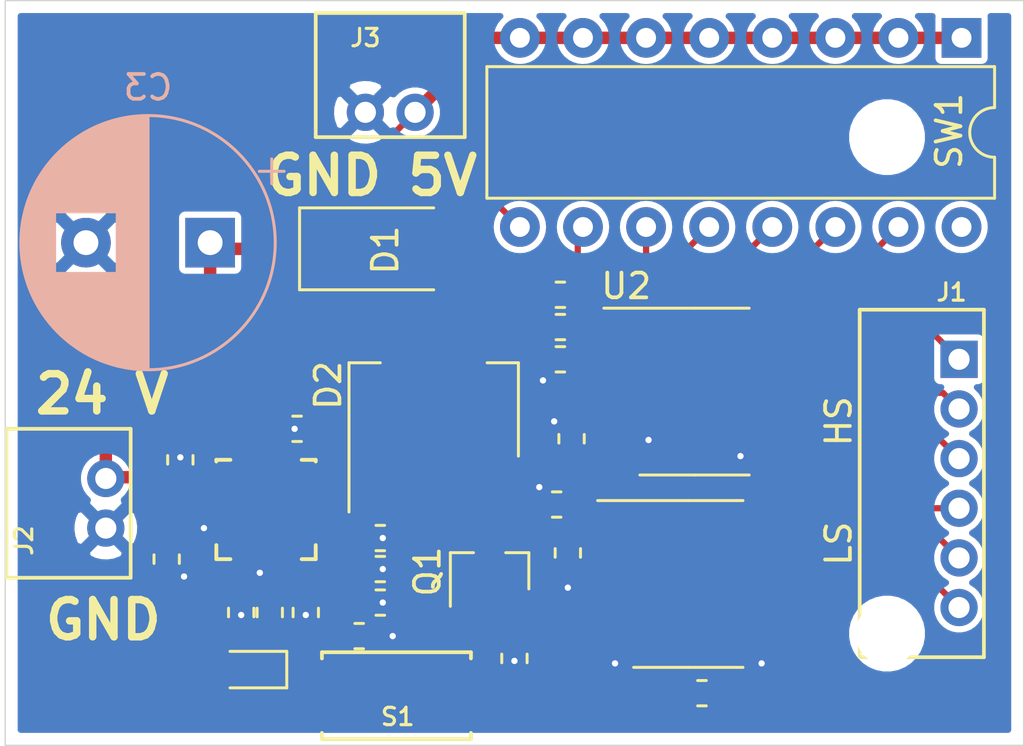
<source format=kicad_pcb>
(kicad_pcb (version 20171130) (host pcbnew 5.1.2+dfsg1-1)

  (general
    (thickness 1.6)
    (drawings 8)
    (tracks 183)
    (zones 0)
    (modules 33)
    (nets 40)
  )

  (page A4)
  (layers
    (0 F.Cu signal)
    (31 B.Cu signal)
    (32 B.Adhes user)
    (33 F.Adhes user)
    (34 B.Paste user)
    (35 F.Paste user)
    (36 B.SilkS user)
    (37 F.SilkS user)
    (38 B.Mask user)
    (39 F.Mask user)
    (40 Dwgs.User user)
    (41 Cmts.User user)
    (42 Eco1.User user)
    (43 Eco2.User user)
    (44 Edge.Cuts user)
    (45 Margin user)
    (46 B.CrtYd user)
    (47 F.CrtYd user)
    (48 B.Fab user)
    (49 F.Fab user hide)
  )

  (setup
    (last_trace_width 0.25)
    (user_trace_width 0.1524)
    (user_trace_width 0.25)
    (user_trace_width 0.5)
    (trace_clearance 0.2)
    (zone_clearance 0.25)
    (zone_45_only no)
    (trace_min 0.152)
    (via_size 0.8)
    (via_drill 0.4)
    (via_min_size 0.508)
    (via_min_drill 0.254)
    (user_via 0.508 0.254)
    (uvia_size 0.3)
    (uvia_drill 0.1)
    (uvias_allowed no)
    (uvia_min_size 0.2)
    (uvia_min_drill 0.1)
    (edge_width 0.05)
    (segment_width 0.2)
    (pcb_text_width 0.3)
    (pcb_text_size 1.5 1.5)
    (mod_edge_width 0.12)
    (mod_text_size 1 1)
    (mod_text_width 0.15)
    (pad_size 1.524 1.524)
    (pad_drill 0.762)
    (pad_to_mask_clearance 0.051)
    (solder_mask_min_width 0.25)
    (aux_axis_origin 0 0)
    (visible_elements FFFFFF7F)
    (pcbplotparams
      (layerselection 0x010fc_ffffffff)
      (usegerberextensions false)
      (usegerberattributes false)
      (usegerberadvancedattributes false)
      (creategerberjobfile false)
      (excludeedgelayer true)
      (linewidth 0.100000)
      (plotframeref false)
      (viasonmask false)
      (mode 1)
      (useauxorigin false)
      (hpglpennumber 1)
      (hpglpenspeed 20)
      (hpglpendiameter 15.000000)
      (psnegative false)
      (psa4output false)
      (plotreference true)
      (plotvalue true)
      (plotinvisibletext false)
      (padsonsilk false)
      (subtractmaskfromsilk false)
      (outputformat 1)
      (mirror false)
      (drillshape 1)
      (scaleselection 1)
      (outputdirectory ""))
  )

  (net 0 "")
  (net 1 GND)
  (net 2 "Net-(U2-Pad15)")
  (net 3 "Net-(U2-Pad14)")
  (net 4 "Net-(U2-Pad13)")
  (net 5 "Net-(U2-Pad12)")
  (net 6 "Net-(U2-Pad11)")
  (net 7 "Net-(U3-Pad15)")
  (net 8 "Net-(U3-Pad14)")
  (net 9 "Net-(U3-Pad13)")
  (net 10 "Net-(U3-Pad12)")
  (net 11 "Net-(U3-Pad11)")
  (net 12 /TRIAC1)
  (net 13 "Net-(Q1-Pad2)")
  (net 14 /TRIAC0)
  (net 15 "Net-(C5-Pad1)")
  (net 16 "Net-(C6-Pad1)")
  (net 17 /IMON)
  (net 18 "Net-(SW1-Pad16)")
  (net 19 /CB_EN)
  (net 20 /ILIM)
  (net 21 /VLIM)
  (net 22 /FAULT)
  (net 23 +5V)
  (net 24 "Net-(D3-Pad1)")
  (net 25 /CB_OUT)
  (net 26 /TRIAC_OUT)
  (net 27 "Net-(J1-Pad6)")
  (net 28 "Net-(J1-Pad5)")
  (net 29 "Net-(J1-Pad4)")
  (net 30 "Net-(J1-Pad3)")
  (net 31 "Net-(J1-Pad2)")
  (net 32 "Net-(J1-Pad1)")
  (net 33 /HS0)
  (net 34 /HS1)
  (net 35 /HS2)
  (net 36 /LS0)
  (net 37 /LS1)
  (net 38 /LS2)
  (net 39 +24V)

  (net_class Default "This is the default net class."
    (clearance 0.2)
    (trace_width 0.25)
    (via_dia 0.8)
    (via_drill 0.4)
    (uvia_dia 0.3)
    (uvia_drill 0.1)
    (add_net +24V)
    (add_net +5V)
    (add_net /CB_EN)
    (add_net /CB_OUT)
    (add_net /FAULT)
    (add_net /HS0)
    (add_net /HS1)
    (add_net /HS2)
    (add_net /ILIM)
    (add_net /IMON)
    (add_net /LS0)
    (add_net /LS1)
    (add_net /LS2)
    (add_net /TRIAC0)
    (add_net /TRIAC1)
    (add_net /TRIAC_OUT)
    (add_net /VLIM)
    (add_net GND)
    (add_net "Net-(C5-Pad1)")
    (add_net "Net-(C6-Pad1)")
    (add_net "Net-(D3-Pad1)")
    (add_net "Net-(J1-Pad1)")
    (add_net "Net-(J1-Pad2)")
    (add_net "Net-(J1-Pad3)")
    (add_net "Net-(J1-Pad4)")
    (add_net "Net-(J1-Pad5)")
    (add_net "Net-(J1-Pad6)")
    (add_net "Net-(Q1-Pad2)")
    (add_net "Net-(SW1-Pad16)")
    (add_net "Net-(U2-Pad11)")
    (add_net "Net-(U2-Pad12)")
    (add_net "Net-(U2-Pad13)")
    (add_net "Net-(U2-Pad14)")
    (add_net "Net-(U2-Pad15)")
    (add_net "Net-(U3-Pad11)")
    (add_net "Net-(U3-Pad12)")
    (add_net "Net-(U3-Pad13)")
    (add_net "Net-(U3-Pad14)")
    (add_net "Net-(U3-Pad15)")
  )

  (module kicad_pcb:PB_3.5x6 (layer F.Cu) (tedit 552D48D8) (tstamp 5D2FC63E)
    (at 160.25 82.5 180)
    (descr DocString)
    (tags Keywords)
    (path /5D629DA3)
    (attr smd)
    (fp_text reference S1 (at -0.05 -0.85) (layer F.SilkS)
      (effects (font (size 0.7 0.7) (thickness 0.127)))
    )
    (fp_text value 147873-1 (at 0 1.27) (layer F.SilkS) hide
      (effects (font (size 0.7 0.7) (thickness 0.127)))
    )
    (fp_line (start 3 1.75) (end -3 1.75) (layer F.SilkS) (width 0.15))
    (fp_line (start -3 -1.75) (end 3 -1.75) (layer F.SilkS) (width 0.15))
    (fp_line (start -3 -1.75) (end -3 -1.5) (layer F.SilkS) (width 0.15))
    (fp_line (start -3 1.75) (end -3 1.5) (layer F.SilkS) (width 0.15))
    (fp_line (start 3 1.75) (end 3 1.5) (layer F.SilkS) (width 0.15))
    (fp_line (start 3 -1.75) (end 3 -1.5) (layer F.SilkS) (width 0.15))
    (pad 2 smd rect (at 2.4 0 180) (size 2.8 2.2) (layers F.Cu F.Paste F.Mask)
      (net 23 +5V))
    (pad 1 smd rect (at -2.4 0 180) (size 2.8 2.2) (layers F.Cu F.Paste F.Mask)
      (net 14 /TRIAC0))
  )

  (module kicad_pcb:DF3_2 (layer F.Cu) (tedit 5C85C254) (tstamp 5D2F73DD)
    (at 160 59)
    (descr DocString)
    (tags Keywords)
    (path /5D5DB219)
    (attr smd)
    (fp_text reference J3 (at -1 -3) (layer F.SilkS)
      (effects (font (size 0.7 0.7) (thickness 0.127)))
    )
    (fp_text value DF3_2 (at 0 1.27) (layer Cmts.User) hide
      (effects (font (size 1.016 1.016) (thickness 0.127)))
    )
    (fp_line (start -3.2 1.2) (end -3.2 -4.2) (layer F.CrtYd) (width 0.12))
    (fp_line (start 3.2 1.2) (end -3.2 1.2) (layer F.CrtYd) (width 0.12))
    (fp_line (start 3.2 -4.2) (end 3.2 1.2) (layer F.CrtYd) (width 0.12))
    (fp_line (start -3.2 -4.2) (end 3.2 -4.2) (layer F.CrtYd) (width 0.12))
    (fp_line (start -3 -4) (end -3 1) (layer F.SilkS) (width 0.15))
    (fp_line (start 3 -4) (end -3 -4) (layer F.SilkS) (width 0.15))
    (fp_line (start 3 1) (end 3 -4) (layer F.SilkS) (width 0.15))
    (fp_line (start -3 1) (end 3 1) (layer F.SilkS) (width 0.15))
    (pad 2 thru_hole circle (at -1 0) (size 1.5 1.5) (drill 0.85) (layers *.Cu *.Mask)
      (net 1 GND))
    (pad 1 thru_hole circle (at 1 0) (size 1.5 1.5) (drill 0.85) (layers *.Cu *.Mask)
      (net 23 +5V))
    (model ${KISYS3DMOD}/local/DF3-2P-2DSA.stp
      (offset (xyz 1.45 11.1 1.15))
      (scale (xyz 1 1 1))
      (rotate (xyz -90 0 -90))
    )
  )

  (module kicad_pcb:DF3_2 (layer F.Cu) (tedit 5C85C254) (tstamp 5D2F677A)
    (at 148.55 74.75 90)
    (descr DocString)
    (tags Keywords)
    (path /5D5BECF8)
    (attr smd)
    (fp_text reference J2 (at -1.5 -3.3 90) (layer F.SilkS)
      (effects (font (size 0.7 0.7) (thickness 0.127)))
    )
    (fp_text value DF3_2 (at 0 1.27 90) (layer Cmts.User) hide
      (effects (font (size 1.016 1.016) (thickness 0.127)))
    )
    (fp_line (start -3.2 1.2) (end -3.2 -4.2) (layer F.CrtYd) (width 0.12))
    (fp_line (start 3.2 1.2) (end -3.2 1.2) (layer F.CrtYd) (width 0.12))
    (fp_line (start 3.2 -4.2) (end 3.2 1.2) (layer F.CrtYd) (width 0.12))
    (fp_line (start -3.2 -4.2) (end 3.2 -4.2) (layer F.CrtYd) (width 0.12))
    (fp_line (start -3 -4) (end -3 1) (layer F.SilkS) (width 0.15))
    (fp_line (start 3 -4) (end -3 -4) (layer F.SilkS) (width 0.15))
    (fp_line (start 3 1) (end 3 -4) (layer F.SilkS) (width 0.15))
    (fp_line (start -3 1) (end 3 1) (layer F.SilkS) (width 0.15))
    (pad 2 thru_hole circle (at -1 0 90) (size 1.5 1.5) (drill 0.85) (layers *.Cu *.Mask)
      (net 1 GND))
    (pad 1 thru_hole circle (at 1 0 90) (size 1.5 1.5) (drill 0.85) (layers *.Cu *.Mask)
      (net 39 +24V))
    (model ${KISYS3DMOD}/local/DF3-2P-2DSA.stp
      (offset (xyz 1.45 11.1 1.15))
      (scale (xyz 1 1 1))
      (rotate (xyz -90 0 -90))
    )
  )

  (module kicad_pcb:tooling_hole_2.55 (layer F.Cu) (tedit 5B9F06B0) (tstamp 5D2F51DB)
    (at 180 60)
    (descr DocString)
    (tags Keywords)
    (path /5D5B2091)
    (attr virtual)
    (fp_text reference TH2 (at 0.1 -0.8) (layer F.SilkS) hide
      (effects (font (size 0.7 0.7) (thickness 0.127)))
    )
    (fp_text value tooling_hole (at 0 1.27) (layer F.SilkS) hide
      (effects (font (size 0.7 0.7) (thickness 0.127)))
    )
    (pad "" np_thru_hole circle (at 0 0) (size 2.55 2.55) (drill 2.55) (layers *.Cu *.Paste *.Mask)
      (zone_connect 2))
  )

  (module kicad_pcb:tooling_hole_2.55 (layer F.Cu) (tedit 5B9F06B0) (tstamp 5D2F51D6)
    (at 180 80)
    (descr DocString)
    (tags Keywords)
    (path /5D5B1BD0)
    (attr virtual)
    (fp_text reference TH1 (at 0.1 -0.8) (layer F.SilkS) hide
      (effects (font (size 0.7 0.7) (thickness 0.127)))
    )
    (fp_text value tooling_hole (at 0 1.27) (layer F.SilkS) hide
      (effects (font (size 0.7 0.7) (thickness 0.127)))
    )
    (pad "" np_thru_hole circle (at 0 0) (size 2.55 2.55) (drill 2.55) (layers *.Cu *.Paste *.Mask)
      (zone_connect 2))
  )

  (module kicad_pcb:DF3_6 (layer F.Cu) (tedit 0) (tstamp 5D2F4303)
    (at 182.9 73.95)
    (descr DocString)
    (tags Keywords)
    (path /5D558540)
    (attr smd)
    (fp_text reference J1 (at -0.3 -7.7) (layer F.SilkS)
      (effects (font (size 0.7 0.7) (thickness 0.127)))
    )
    (fp_text value DF3_6 (at 0 1.27) (layer F.SilkS) hide
      (effects (font (size 0.7 0.7) (thickness 0.127)))
    )
    (fp_line (start 1 -7) (end 1 7) (layer F.SilkS) (width 0.15))
    (fp_line (start -4 -7) (end 1 -7) (layer F.SilkS) (width 0.15))
    (fp_line (start -4 7) (end -4 -7) (layer F.SilkS) (width 0.15))
    (fp_line (start 1 7) (end -4 7) (layer F.SilkS) (width 0.15))
    (pad 6 thru_hole circle (at 0 5) (size 1.5 1.5) (drill 0.85) (layers *.Cu *.Mask)
      (net 27 "Net-(J1-Pad6)"))
    (pad 5 thru_hole circle (at 0 3) (size 1.5 1.5) (drill 0.85) (layers *.Cu *.Mask)
      (net 28 "Net-(J1-Pad5)"))
    (pad 4 thru_hole circle (at 0 1) (size 1.5 1.5) (drill 0.85) (layers *.Cu *.Mask)
      (net 29 "Net-(J1-Pad4)"))
    (pad 3 thru_hole circle (at 0 -1) (size 1.5 1.5) (drill 0.85) (layers *.Cu *.Mask)
      (net 30 "Net-(J1-Pad3)"))
    (pad 2 thru_hole circle (at 0 -3) (size 1.5 1.5) (drill 0.85) (layers *.Cu *.Mask)
      (net 31 "Net-(J1-Pad2)"))
    (pad 1 thru_hole rect (at 0 -5) (size 1.5 1.5) (drill 0.85) (layers *.Cu *.Mask)
      (net 32 "Net-(J1-Pad1)"))
  )

  (module Capacitor_THT:CP_Radial_D10.0mm_P5.00mm (layer B.Cu) (tedit 5AE50EF1) (tstamp 5D2F3245)
    (at 152.75 64.25 180)
    (descr "CP, Radial series, Radial, pin pitch=5.00mm, , diameter=10mm, Electrolytic Capacitor")
    (tags "CP Radial series Radial pin pitch 5.00mm  diameter 10mm Electrolytic Capacitor")
    (path /5D54B42E)
    (fp_text reference C3 (at 2.5 6.25) (layer B.SilkS)
      (effects (font (size 1 1) (thickness 0.15)) (justify mirror))
    )
    (fp_text value "220 uF" (at 2.5 -6.25) (layer B.Fab)
      (effects (font (size 1 1) (thickness 0.15)) (justify mirror))
    )
    (fp_text user %R (at 2.5 0) (layer B.Fab)
      (effects (font (size 1 1) (thickness 0.15)) (justify mirror))
    )
    (fp_line (start -2.479646 3.375) (end -2.479646 2.375) (layer B.SilkS) (width 0.12))
    (fp_line (start -2.979646 2.875) (end -1.979646 2.875) (layer B.SilkS) (width 0.12))
    (fp_line (start 7.581 0.599) (end 7.581 -0.599) (layer B.SilkS) (width 0.12))
    (fp_line (start 7.541 0.862) (end 7.541 -0.862) (layer B.SilkS) (width 0.12))
    (fp_line (start 7.501 1.062) (end 7.501 -1.062) (layer B.SilkS) (width 0.12))
    (fp_line (start 7.461 1.23) (end 7.461 -1.23) (layer B.SilkS) (width 0.12))
    (fp_line (start 7.421 1.378) (end 7.421 -1.378) (layer B.SilkS) (width 0.12))
    (fp_line (start 7.381 1.51) (end 7.381 -1.51) (layer B.SilkS) (width 0.12))
    (fp_line (start 7.341 1.63) (end 7.341 -1.63) (layer B.SilkS) (width 0.12))
    (fp_line (start 7.301 1.742) (end 7.301 -1.742) (layer B.SilkS) (width 0.12))
    (fp_line (start 7.261 1.846) (end 7.261 -1.846) (layer B.SilkS) (width 0.12))
    (fp_line (start 7.221 1.944) (end 7.221 -1.944) (layer B.SilkS) (width 0.12))
    (fp_line (start 7.181 2.037) (end 7.181 -2.037) (layer B.SilkS) (width 0.12))
    (fp_line (start 7.141 2.125) (end 7.141 -2.125) (layer B.SilkS) (width 0.12))
    (fp_line (start 7.101 2.209) (end 7.101 -2.209) (layer B.SilkS) (width 0.12))
    (fp_line (start 7.061 2.289) (end 7.061 -2.289) (layer B.SilkS) (width 0.12))
    (fp_line (start 7.021 2.365) (end 7.021 -2.365) (layer B.SilkS) (width 0.12))
    (fp_line (start 6.981 2.439) (end 6.981 -2.439) (layer B.SilkS) (width 0.12))
    (fp_line (start 6.941 2.51) (end 6.941 -2.51) (layer B.SilkS) (width 0.12))
    (fp_line (start 6.901 2.579) (end 6.901 -2.579) (layer B.SilkS) (width 0.12))
    (fp_line (start 6.861 2.645) (end 6.861 -2.645) (layer B.SilkS) (width 0.12))
    (fp_line (start 6.821 2.709) (end 6.821 -2.709) (layer B.SilkS) (width 0.12))
    (fp_line (start 6.781 2.77) (end 6.781 -2.77) (layer B.SilkS) (width 0.12))
    (fp_line (start 6.741 2.83) (end 6.741 -2.83) (layer B.SilkS) (width 0.12))
    (fp_line (start 6.701 2.889) (end 6.701 -2.889) (layer B.SilkS) (width 0.12))
    (fp_line (start 6.661 2.945) (end 6.661 -2.945) (layer B.SilkS) (width 0.12))
    (fp_line (start 6.621 3) (end 6.621 -3) (layer B.SilkS) (width 0.12))
    (fp_line (start 6.581 3.054) (end 6.581 -3.054) (layer B.SilkS) (width 0.12))
    (fp_line (start 6.541 3.106) (end 6.541 -3.106) (layer B.SilkS) (width 0.12))
    (fp_line (start 6.501 3.156) (end 6.501 -3.156) (layer B.SilkS) (width 0.12))
    (fp_line (start 6.461 3.206) (end 6.461 -3.206) (layer B.SilkS) (width 0.12))
    (fp_line (start 6.421 3.254) (end 6.421 -3.254) (layer B.SilkS) (width 0.12))
    (fp_line (start 6.381 3.301) (end 6.381 -3.301) (layer B.SilkS) (width 0.12))
    (fp_line (start 6.341 3.347) (end 6.341 -3.347) (layer B.SilkS) (width 0.12))
    (fp_line (start 6.301 3.392) (end 6.301 -3.392) (layer B.SilkS) (width 0.12))
    (fp_line (start 6.261 3.436) (end 6.261 -3.436) (layer B.SilkS) (width 0.12))
    (fp_line (start 6.221 -1.241) (end 6.221 -3.478) (layer B.SilkS) (width 0.12))
    (fp_line (start 6.221 3.478) (end 6.221 1.241) (layer B.SilkS) (width 0.12))
    (fp_line (start 6.181 -1.241) (end 6.181 -3.52) (layer B.SilkS) (width 0.12))
    (fp_line (start 6.181 3.52) (end 6.181 1.241) (layer B.SilkS) (width 0.12))
    (fp_line (start 6.141 -1.241) (end 6.141 -3.561) (layer B.SilkS) (width 0.12))
    (fp_line (start 6.141 3.561) (end 6.141 1.241) (layer B.SilkS) (width 0.12))
    (fp_line (start 6.101 -1.241) (end 6.101 -3.601) (layer B.SilkS) (width 0.12))
    (fp_line (start 6.101 3.601) (end 6.101 1.241) (layer B.SilkS) (width 0.12))
    (fp_line (start 6.061 -1.241) (end 6.061 -3.64) (layer B.SilkS) (width 0.12))
    (fp_line (start 6.061 3.64) (end 6.061 1.241) (layer B.SilkS) (width 0.12))
    (fp_line (start 6.021 -1.241) (end 6.021 -3.679) (layer B.SilkS) (width 0.12))
    (fp_line (start 6.021 3.679) (end 6.021 1.241) (layer B.SilkS) (width 0.12))
    (fp_line (start 5.981 -1.241) (end 5.981 -3.716) (layer B.SilkS) (width 0.12))
    (fp_line (start 5.981 3.716) (end 5.981 1.241) (layer B.SilkS) (width 0.12))
    (fp_line (start 5.941 -1.241) (end 5.941 -3.753) (layer B.SilkS) (width 0.12))
    (fp_line (start 5.941 3.753) (end 5.941 1.241) (layer B.SilkS) (width 0.12))
    (fp_line (start 5.901 -1.241) (end 5.901 -3.789) (layer B.SilkS) (width 0.12))
    (fp_line (start 5.901 3.789) (end 5.901 1.241) (layer B.SilkS) (width 0.12))
    (fp_line (start 5.861 -1.241) (end 5.861 -3.824) (layer B.SilkS) (width 0.12))
    (fp_line (start 5.861 3.824) (end 5.861 1.241) (layer B.SilkS) (width 0.12))
    (fp_line (start 5.821 -1.241) (end 5.821 -3.858) (layer B.SilkS) (width 0.12))
    (fp_line (start 5.821 3.858) (end 5.821 1.241) (layer B.SilkS) (width 0.12))
    (fp_line (start 5.781 -1.241) (end 5.781 -3.892) (layer B.SilkS) (width 0.12))
    (fp_line (start 5.781 3.892) (end 5.781 1.241) (layer B.SilkS) (width 0.12))
    (fp_line (start 5.741 -1.241) (end 5.741 -3.925) (layer B.SilkS) (width 0.12))
    (fp_line (start 5.741 3.925) (end 5.741 1.241) (layer B.SilkS) (width 0.12))
    (fp_line (start 5.701 -1.241) (end 5.701 -3.957) (layer B.SilkS) (width 0.12))
    (fp_line (start 5.701 3.957) (end 5.701 1.241) (layer B.SilkS) (width 0.12))
    (fp_line (start 5.661 -1.241) (end 5.661 -3.989) (layer B.SilkS) (width 0.12))
    (fp_line (start 5.661 3.989) (end 5.661 1.241) (layer B.SilkS) (width 0.12))
    (fp_line (start 5.621 -1.241) (end 5.621 -4.02) (layer B.SilkS) (width 0.12))
    (fp_line (start 5.621 4.02) (end 5.621 1.241) (layer B.SilkS) (width 0.12))
    (fp_line (start 5.581 -1.241) (end 5.581 -4.05) (layer B.SilkS) (width 0.12))
    (fp_line (start 5.581 4.05) (end 5.581 1.241) (layer B.SilkS) (width 0.12))
    (fp_line (start 5.541 -1.241) (end 5.541 -4.08) (layer B.SilkS) (width 0.12))
    (fp_line (start 5.541 4.08) (end 5.541 1.241) (layer B.SilkS) (width 0.12))
    (fp_line (start 5.501 -1.241) (end 5.501 -4.11) (layer B.SilkS) (width 0.12))
    (fp_line (start 5.501 4.11) (end 5.501 1.241) (layer B.SilkS) (width 0.12))
    (fp_line (start 5.461 -1.241) (end 5.461 -4.138) (layer B.SilkS) (width 0.12))
    (fp_line (start 5.461 4.138) (end 5.461 1.241) (layer B.SilkS) (width 0.12))
    (fp_line (start 5.421 -1.241) (end 5.421 -4.166) (layer B.SilkS) (width 0.12))
    (fp_line (start 5.421 4.166) (end 5.421 1.241) (layer B.SilkS) (width 0.12))
    (fp_line (start 5.381 -1.241) (end 5.381 -4.194) (layer B.SilkS) (width 0.12))
    (fp_line (start 5.381 4.194) (end 5.381 1.241) (layer B.SilkS) (width 0.12))
    (fp_line (start 5.341 -1.241) (end 5.341 -4.221) (layer B.SilkS) (width 0.12))
    (fp_line (start 5.341 4.221) (end 5.341 1.241) (layer B.SilkS) (width 0.12))
    (fp_line (start 5.301 -1.241) (end 5.301 -4.247) (layer B.SilkS) (width 0.12))
    (fp_line (start 5.301 4.247) (end 5.301 1.241) (layer B.SilkS) (width 0.12))
    (fp_line (start 5.261 -1.241) (end 5.261 -4.273) (layer B.SilkS) (width 0.12))
    (fp_line (start 5.261 4.273) (end 5.261 1.241) (layer B.SilkS) (width 0.12))
    (fp_line (start 5.221 -1.241) (end 5.221 -4.298) (layer B.SilkS) (width 0.12))
    (fp_line (start 5.221 4.298) (end 5.221 1.241) (layer B.SilkS) (width 0.12))
    (fp_line (start 5.181 -1.241) (end 5.181 -4.323) (layer B.SilkS) (width 0.12))
    (fp_line (start 5.181 4.323) (end 5.181 1.241) (layer B.SilkS) (width 0.12))
    (fp_line (start 5.141 -1.241) (end 5.141 -4.347) (layer B.SilkS) (width 0.12))
    (fp_line (start 5.141 4.347) (end 5.141 1.241) (layer B.SilkS) (width 0.12))
    (fp_line (start 5.101 -1.241) (end 5.101 -4.371) (layer B.SilkS) (width 0.12))
    (fp_line (start 5.101 4.371) (end 5.101 1.241) (layer B.SilkS) (width 0.12))
    (fp_line (start 5.061 -1.241) (end 5.061 -4.395) (layer B.SilkS) (width 0.12))
    (fp_line (start 5.061 4.395) (end 5.061 1.241) (layer B.SilkS) (width 0.12))
    (fp_line (start 5.021 -1.241) (end 5.021 -4.417) (layer B.SilkS) (width 0.12))
    (fp_line (start 5.021 4.417) (end 5.021 1.241) (layer B.SilkS) (width 0.12))
    (fp_line (start 4.981 -1.241) (end 4.981 -4.44) (layer B.SilkS) (width 0.12))
    (fp_line (start 4.981 4.44) (end 4.981 1.241) (layer B.SilkS) (width 0.12))
    (fp_line (start 4.941 -1.241) (end 4.941 -4.462) (layer B.SilkS) (width 0.12))
    (fp_line (start 4.941 4.462) (end 4.941 1.241) (layer B.SilkS) (width 0.12))
    (fp_line (start 4.901 -1.241) (end 4.901 -4.483) (layer B.SilkS) (width 0.12))
    (fp_line (start 4.901 4.483) (end 4.901 1.241) (layer B.SilkS) (width 0.12))
    (fp_line (start 4.861 -1.241) (end 4.861 -4.504) (layer B.SilkS) (width 0.12))
    (fp_line (start 4.861 4.504) (end 4.861 1.241) (layer B.SilkS) (width 0.12))
    (fp_line (start 4.821 -1.241) (end 4.821 -4.525) (layer B.SilkS) (width 0.12))
    (fp_line (start 4.821 4.525) (end 4.821 1.241) (layer B.SilkS) (width 0.12))
    (fp_line (start 4.781 -1.241) (end 4.781 -4.545) (layer B.SilkS) (width 0.12))
    (fp_line (start 4.781 4.545) (end 4.781 1.241) (layer B.SilkS) (width 0.12))
    (fp_line (start 4.741 -1.241) (end 4.741 -4.564) (layer B.SilkS) (width 0.12))
    (fp_line (start 4.741 4.564) (end 4.741 1.241) (layer B.SilkS) (width 0.12))
    (fp_line (start 4.701 -1.241) (end 4.701 -4.584) (layer B.SilkS) (width 0.12))
    (fp_line (start 4.701 4.584) (end 4.701 1.241) (layer B.SilkS) (width 0.12))
    (fp_line (start 4.661 -1.241) (end 4.661 -4.603) (layer B.SilkS) (width 0.12))
    (fp_line (start 4.661 4.603) (end 4.661 1.241) (layer B.SilkS) (width 0.12))
    (fp_line (start 4.621 -1.241) (end 4.621 -4.621) (layer B.SilkS) (width 0.12))
    (fp_line (start 4.621 4.621) (end 4.621 1.241) (layer B.SilkS) (width 0.12))
    (fp_line (start 4.581 -1.241) (end 4.581 -4.639) (layer B.SilkS) (width 0.12))
    (fp_line (start 4.581 4.639) (end 4.581 1.241) (layer B.SilkS) (width 0.12))
    (fp_line (start 4.541 -1.241) (end 4.541 -4.657) (layer B.SilkS) (width 0.12))
    (fp_line (start 4.541 4.657) (end 4.541 1.241) (layer B.SilkS) (width 0.12))
    (fp_line (start 4.501 -1.241) (end 4.501 -4.674) (layer B.SilkS) (width 0.12))
    (fp_line (start 4.501 4.674) (end 4.501 1.241) (layer B.SilkS) (width 0.12))
    (fp_line (start 4.461 -1.241) (end 4.461 -4.69) (layer B.SilkS) (width 0.12))
    (fp_line (start 4.461 4.69) (end 4.461 1.241) (layer B.SilkS) (width 0.12))
    (fp_line (start 4.421 -1.241) (end 4.421 -4.707) (layer B.SilkS) (width 0.12))
    (fp_line (start 4.421 4.707) (end 4.421 1.241) (layer B.SilkS) (width 0.12))
    (fp_line (start 4.381 -1.241) (end 4.381 -4.723) (layer B.SilkS) (width 0.12))
    (fp_line (start 4.381 4.723) (end 4.381 1.241) (layer B.SilkS) (width 0.12))
    (fp_line (start 4.341 -1.241) (end 4.341 -4.738) (layer B.SilkS) (width 0.12))
    (fp_line (start 4.341 4.738) (end 4.341 1.241) (layer B.SilkS) (width 0.12))
    (fp_line (start 4.301 -1.241) (end 4.301 -4.754) (layer B.SilkS) (width 0.12))
    (fp_line (start 4.301 4.754) (end 4.301 1.241) (layer B.SilkS) (width 0.12))
    (fp_line (start 4.261 -1.241) (end 4.261 -4.768) (layer B.SilkS) (width 0.12))
    (fp_line (start 4.261 4.768) (end 4.261 1.241) (layer B.SilkS) (width 0.12))
    (fp_line (start 4.221 -1.241) (end 4.221 -4.783) (layer B.SilkS) (width 0.12))
    (fp_line (start 4.221 4.783) (end 4.221 1.241) (layer B.SilkS) (width 0.12))
    (fp_line (start 4.181 -1.241) (end 4.181 -4.797) (layer B.SilkS) (width 0.12))
    (fp_line (start 4.181 4.797) (end 4.181 1.241) (layer B.SilkS) (width 0.12))
    (fp_line (start 4.141 -1.241) (end 4.141 -4.811) (layer B.SilkS) (width 0.12))
    (fp_line (start 4.141 4.811) (end 4.141 1.241) (layer B.SilkS) (width 0.12))
    (fp_line (start 4.101 -1.241) (end 4.101 -4.824) (layer B.SilkS) (width 0.12))
    (fp_line (start 4.101 4.824) (end 4.101 1.241) (layer B.SilkS) (width 0.12))
    (fp_line (start 4.061 -1.241) (end 4.061 -4.837) (layer B.SilkS) (width 0.12))
    (fp_line (start 4.061 4.837) (end 4.061 1.241) (layer B.SilkS) (width 0.12))
    (fp_line (start 4.021 -1.241) (end 4.021 -4.85) (layer B.SilkS) (width 0.12))
    (fp_line (start 4.021 4.85) (end 4.021 1.241) (layer B.SilkS) (width 0.12))
    (fp_line (start 3.981 -1.241) (end 3.981 -4.862) (layer B.SilkS) (width 0.12))
    (fp_line (start 3.981 4.862) (end 3.981 1.241) (layer B.SilkS) (width 0.12))
    (fp_line (start 3.941 -1.241) (end 3.941 -4.874) (layer B.SilkS) (width 0.12))
    (fp_line (start 3.941 4.874) (end 3.941 1.241) (layer B.SilkS) (width 0.12))
    (fp_line (start 3.901 -1.241) (end 3.901 -4.885) (layer B.SilkS) (width 0.12))
    (fp_line (start 3.901 4.885) (end 3.901 1.241) (layer B.SilkS) (width 0.12))
    (fp_line (start 3.861 -1.241) (end 3.861 -4.897) (layer B.SilkS) (width 0.12))
    (fp_line (start 3.861 4.897) (end 3.861 1.241) (layer B.SilkS) (width 0.12))
    (fp_line (start 3.821 -1.241) (end 3.821 -4.907) (layer B.SilkS) (width 0.12))
    (fp_line (start 3.821 4.907) (end 3.821 1.241) (layer B.SilkS) (width 0.12))
    (fp_line (start 3.781 -1.241) (end 3.781 -4.918) (layer B.SilkS) (width 0.12))
    (fp_line (start 3.781 4.918) (end 3.781 1.241) (layer B.SilkS) (width 0.12))
    (fp_line (start 3.741 4.928) (end 3.741 -4.928) (layer B.SilkS) (width 0.12))
    (fp_line (start 3.701 4.938) (end 3.701 -4.938) (layer B.SilkS) (width 0.12))
    (fp_line (start 3.661 4.947) (end 3.661 -4.947) (layer B.SilkS) (width 0.12))
    (fp_line (start 3.621 4.956) (end 3.621 -4.956) (layer B.SilkS) (width 0.12))
    (fp_line (start 3.581 4.965) (end 3.581 -4.965) (layer B.SilkS) (width 0.12))
    (fp_line (start 3.541 4.974) (end 3.541 -4.974) (layer B.SilkS) (width 0.12))
    (fp_line (start 3.501 4.982) (end 3.501 -4.982) (layer B.SilkS) (width 0.12))
    (fp_line (start 3.461 4.99) (end 3.461 -4.99) (layer B.SilkS) (width 0.12))
    (fp_line (start 3.421 4.997) (end 3.421 -4.997) (layer B.SilkS) (width 0.12))
    (fp_line (start 3.381 5.004) (end 3.381 -5.004) (layer B.SilkS) (width 0.12))
    (fp_line (start 3.341 5.011) (end 3.341 -5.011) (layer B.SilkS) (width 0.12))
    (fp_line (start 3.301 5.018) (end 3.301 -5.018) (layer B.SilkS) (width 0.12))
    (fp_line (start 3.261 5.024) (end 3.261 -5.024) (layer B.SilkS) (width 0.12))
    (fp_line (start 3.221 5.03) (end 3.221 -5.03) (layer B.SilkS) (width 0.12))
    (fp_line (start 3.18 5.035) (end 3.18 -5.035) (layer B.SilkS) (width 0.12))
    (fp_line (start 3.14 5.04) (end 3.14 -5.04) (layer B.SilkS) (width 0.12))
    (fp_line (start 3.1 5.045) (end 3.1 -5.045) (layer B.SilkS) (width 0.12))
    (fp_line (start 3.06 5.05) (end 3.06 -5.05) (layer B.SilkS) (width 0.12))
    (fp_line (start 3.02 5.054) (end 3.02 -5.054) (layer B.SilkS) (width 0.12))
    (fp_line (start 2.98 5.058) (end 2.98 -5.058) (layer B.SilkS) (width 0.12))
    (fp_line (start 2.94 5.062) (end 2.94 -5.062) (layer B.SilkS) (width 0.12))
    (fp_line (start 2.9 5.065) (end 2.9 -5.065) (layer B.SilkS) (width 0.12))
    (fp_line (start 2.86 5.068) (end 2.86 -5.068) (layer B.SilkS) (width 0.12))
    (fp_line (start 2.82 5.07) (end 2.82 -5.07) (layer B.SilkS) (width 0.12))
    (fp_line (start 2.78 5.073) (end 2.78 -5.073) (layer B.SilkS) (width 0.12))
    (fp_line (start 2.74 5.075) (end 2.74 -5.075) (layer B.SilkS) (width 0.12))
    (fp_line (start 2.7 5.077) (end 2.7 -5.077) (layer B.SilkS) (width 0.12))
    (fp_line (start 2.66 5.078) (end 2.66 -5.078) (layer B.SilkS) (width 0.12))
    (fp_line (start 2.62 5.079) (end 2.62 -5.079) (layer B.SilkS) (width 0.12))
    (fp_line (start 2.58 5.08) (end 2.58 -5.08) (layer B.SilkS) (width 0.12))
    (fp_line (start 2.54 5.08) (end 2.54 -5.08) (layer B.SilkS) (width 0.12))
    (fp_line (start 2.5 5.08) (end 2.5 -5.08) (layer B.SilkS) (width 0.12))
    (fp_line (start -1.288861 2.6875) (end -1.288861 1.6875) (layer B.Fab) (width 0.1))
    (fp_line (start -1.788861 2.1875) (end -0.788861 2.1875) (layer B.Fab) (width 0.1))
    (fp_circle (center 2.5 0) (end 7.75 0) (layer B.CrtYd) (width 0.05))
    (fp_circle (center 2.5 0) (end 7.62 0) (layer B.SilkS) (width 0.12))
    (fp_circle (center 2.5 0) (end 7.5 0) (layer B.Fab) (width 0.1))
    (pad 2 thru_hole circle (at 5 0 180) (size 2 2) (drill 1) (layers *.Cu *.Mask)
      (net 1 GND))
    (pad 1 thru_hole rect (at 0 0 180) (size 2 2) (drill 1) (layers *.Cu *.Mask)
      (net 39 +24V))
    (model ${KISYS3DMOD}/Capacitor_THT.3dshapes/CP_Radial_D10.0mm_P5.00mm.wrl
      (at (xyz 0 0 0))
      (scale (xyz 1 1 1))
      (rotate (xyz 0 0 0))
    )
  )

  (module kicad_pcb:R_0603_1608Metric (layer F.Cu) (tedit 5C97C86D) (tstamp 5D2F0F22)
    (at 172.55 82.4 180)
    (descr "Resistor SMD 0603 (1608 Metric), square (rectangular) end terminal, IPC_7351 least, (Body size source: http://www.tortai-tech.com/upload/download/2011102023233369053.pdf), generated with kicad-footprint-generator")
    (tags resistor)
    (path /5D4A0F4B)
    (attr smd)
    (fp_text reference R12 (at 0 -1.22) (layer F.SilkS) hide
      (effects (font (size 1 1) (thickness 0.15)))
    )
    (fp_text value DNP (at 0 1.22) (layer F.Fab)
      (effects (font (size 1 1) (thickness 0.15)))
    )
    (fp_text user %R (at 0 0) (layer F.Fab)
      (effects (font (size 0.4 0.4) (thickness 0.06)))
    )
    (fp_line (start 1.13 0.52) (end -1.13 0.52) (layer F.CrtYd) (width 0.05))
    (fp_line (start 1.13 -0.52) (end 1.13 0.52) (layer F.CrtYd) (width 0.05))
    (fp_line (start -1.13 -0.52) (end 1.13 -0.52) (layer F.CrtYd) (width 0.05))
    (fp_line (start -1.13 0.52) (end -1.13 -0.52) (layer F.CrtYd) (width 0.05))
    (fp_line (start -0.173153 0.51) (end 0.173153 0.51) (layer F.SilkS) (width 0.12))
    (fp_line (start -0.173153 -0.51) (end 0.173153 -0.51) (layer F.SilkS) (width 0.12))
    (fp_line (start 0.8 0.4) (end -0.8 0.4) (layer F.Fab) (width 0.1))
    (fp_line (start 0.8 -0.4) (end 0.8 0.4) (layer F.Fab) (width 0.1))
    (fp_line (start -0.8 -0.4) (end 0.8 -0.4) (layer F.Fab) (width 0.1))
    (fp_line (start -0.8 0.4) (end -0.8 -0.4) (layer F.Fab) (width 0.1))
    (pad 2 smd roundrect (at 0.7 0 180) (size 0.65 0.8) (layers F.Cu F.Paste F.Mask) (roundrect_rratio 0.25)
      (net 38 /LS2))
    (pad 1 smd roundrect (at -0.7 0 180) (size 0.65 0.8) (layers F.Cu F.Paste F.Mask) (roundrect_rratio 0.25)
      (net 1 GND))
    (model ${KISYS3DMOD}/Resistor_SMD.3dshapes/R_0603_1608Metric.wrl
      (at (xyz 0 0 0))
      (scale (xyz 1 1 1))
      (rotate (xyz 0 0 0))
    )
  )

  (module kicad_pcb:R_0603_1608Metric (layer F.Cu) (tedit 5C97C86D) (tstamp 5D2F0F11)
    (at 167.15 76.75 90)
    (descr "Resistor SMD 0603 (1608 Metric), square (rectangular) end terminal, IPC_7351 least, (Body size source: http://www.tortai-tech.com/upload/download/2011102023233369053.pdf), generated with kicad-footprint-generator")
    (tags resistor)
    (path /5D4998C2)
    (attr smd)
    (fp_text reference R11 (at 0 -1.22 90) (layer F.SilkS) hide
      (effects (font (size 1 1) (thickness 0.15)))
    )
    (fp_text value DNP (at 0 1.22 90) (layer F.Fab)
      (effects (font (size 1 1) (thickness 0.15)))
    )
    (fp_text user %R (at 0 0 90) (layer F.Fab)
      (effects (font (size 0.4 0.4) (thickness 0.06)))
    )
    (fp_line (start 1.13 0.52) (end -1.13 0.52) (layer F.CrtYd) (width 0.05))
    (fp_line (start 1.13 -0.52) (end 1.13 0.52) (layer F.CrtYd) (width 0.05))
    (fp_line (start -1.13 -0.52) (end 1.13 -0.52) (layer F.CrtYd) (width 0.05))
    (fp_line (start -1.13 0.52) (end -1.13 -0.52) (layer F.CrtYd) (width 0.05))
    (fp_line (start -0.173153 0.51) (end 0.173153 0.51) (layer F.SilkS) (width 0.12))
    (fp_line (start -0.173153 -0.51) (end 0.173153 -0.51) (layer F.SilkS) (width 0.12))
    (fp_line (start 0.8 0.4) (end -0.8 0.4) (layer F.Fab) (width 0.1))
    (fp_line (start 0.8 -0.4) (end 0.8 0.4) (layer F.Fab) (width 0.1))
    (fp_line (start -0.8 -0.4) (end 0.8 -0.4) (layer F.Fab) (width 0.1))
    (fp_line (start -0.8 0.4) (end -0.8 -0.4) (layer F.Fab) (width 0.1))
    (pad 2 smd roundrect (at 0.7 0 90) (size 0.65 0.8) (layers F.Cu F.Paste F.Mask) (roundrect_rratio 0.25)
      (net 37 /LS1))
    (pad 1 smd roundrect (at -0.7 0 90) (size 0.65 0.8) (layers F.Cu F.Paste F.Mask) (roundrect_rratio 0.25)
      (net 1 GND))
    (model ${KISYS3DMOD}/Resistor_SMD.3dshapes/R_0603_1608Metric.wrl
      (at (xyz 0 0 0))
      (scale (xyz 1 1 1))
      (rotate (xyz 0 0 0))
    )
  )

  (module kicad_pcb:R_0603_1608Metric (layer F.Cu) (tedit 5C97C86D) (tstamp 5D2F0F00)
    (at 166.7 74.8)
    (descr "Resistor SMD 0603 (1608 Metric), square (rectangular) end terminal, IPC_7351 least, (Body size source: http://www.tortai-tech.com/upload/download/2011102023233369053.pdf), generated with kicad-footprint-generator")
    (tags resistor)
    (path /5D4998B8)
    (attr smd)
    (fp_text reference R10 (at 0 -1.22) (layer F.SilkS) hide
      (effects (font (size 1 1) (thickness 0.15)))
    )
    (fp_text value DNP (at 0 1.22) (layer F.Fab)
      (effects (font (size 1 1) (thickness 0.15)))
    )
    (fp_text user %R (at 0 0) (layer F.Fab)
      (effects (font (size 0.4 0.4) (thickness 0.06)))
    )
    (fp_line (start 1.13 0.52) (end -1.13 0.52) (layer F.CrtYd) (width 0.05))
    (fp_line (start 1.13 -0.52) (end 1.13 0.52) (layer F.CrtYd) (width 0.05))
    (fp_line (start -1.13 -0.52) (end 1.13 -0.52) (layer F.CrtYd) (width 0.05))
    (fp_line (start -1.13 0.52) (end -1.13 -0.52) (layer F.CrtYd) (width 0.05))
    (fp_line (start -0.173153 0.51) (end 0.173153 0.51) (layer F.SilkS) (width 0.12))
    (fp_line (start -0.173153 -0.51) (end 0.173153 -0.51) (layer F.SilkS) (width 0.12))
    (fp_line (start 0.8 0.4) (end -0.8 0.4) (layer F.Fab) (width 0.1))
    (fp_line (start 0.8 -0.4) (end 0.8 0.4) (layer F.Fab) (width 0.1))
    (fp_line (start -0.8 -0.4) (end 0.8 -0.4) (layer F.Fab) (width 0.1))
    (fp_line (start -0.8 0.4) (end -0.8 -0.4) (layer F.Fab) (width 0.1))
    (pad 2 smd roundrect (at 0.7 0) (size 0.65 0.8) (layers F.Cu F.Paste F.Mask) (roundrect_rratio 0.25)
      (net 36 /LS0))
    (pad 1 smd roundrect (at -0.7 0) (size 0.65 0.8) (layers F.Cu F.Paste F.Mask) (roundrect_rratio 0.25)
      (net 1 GND))
    (model ${KISYS3DMOD}/Resistor_SMD.3dshapes/R_0603_1608Metric.wrl
      (at (xyz 0 0 0))
      (scale (xyz 1 1 1))
      (rotate (xyz 0 0 0))
    )
  )

  (module kicad_pcb:R_0603_1608Metric (layer F.Cu) (tedit 5C97C86D) (tstamp 5D2F0EEF)
    (at 166.85 68.95)
    (descr "Resistor SMD 0603 (1608 Metric), square (rectangular) end terminal, IPC_7351 least, (Body size source: http://www.tortai-tech.com/upload/download/2011102023233369053.pdf), generated with kicad-footprint-generator")
    (tags resistor)
    (path /5D45A865)
    (attr smd)
    (fp_text reference R9 (at 0 -1.22) (layer F.SilkS) hide
      (effects (font (size 1 1) (thickness 0.15)))
    )
    (fp_text value DNP (at 0 1.22) (layer F.Fab)
      (effects (font (size 1 1) (thickness 0.15)))
    )
    (fp_text user %R (at 0 0) (layer F.Fab)
      (effects (font (size 0.4 0.4) (thickness 0.06)))
    )
    (fp_line (start 1.13 0.52) (end -1.13 0.52) (layer F.CrtYd) (width 0.05))
    (fp_line (start 1.13 -0.52) (end 1.13 0.52) (layer F.CrtYd) (width 0.05))
    (fp_line (start -1.13 -0.52) (end 1.13 -0.52) (layer F.CrtYd) (width 0.05))
    (fp_line (start -1.13 0.52) (end -1.13 -0.52) (layer F.CrtYd) (width 0.05))
    (fp_line (start -0.173153 0.51) (end 0.173153 0.51) (layer F.SilkS) (width 0.12))
    (fp_line (start -0.173153 -0.51) (end 0.173153 -0.51) (layer F.SilkS) (width 0.12))
    (fp_line (start 0.8 0.4) (end -0.8 0.4) (layer F.Fab) (width 0.1))
    (fp_line (start 0.8 -0.4) (end 0.8 0.4) (layer F.Fab) (width 0.1))
    (fp_line (start -0.8 -0.4) (end 0.8 -0.4) (layer F.Fab) (width 0.1))
    (fp_line (start -0.8 0.4) (end -0.8 -0.4) (layer F.Fab) (width 0.1))
    (pad 2 smd roundrect (at 0.7 0) (size 0.65 0.8) (layers F.Cu F.Paste F.Mask) (roundrect_rratio 0.25)
      (net 35 /HS2))
    (pad 1 smd roundrect (at -0.7 0) (size 0.65 0.8) (layers F.Cu F.Paste F.Mask) (roundrect_rratio 0.25)
      (net 1 GND))
    (model ${KISYS3DMOD}/Resistor_SMD.3dshapes/R_0603_1608Metric.wrl
      (at (xyz 0 0 0))
      (scale (xyz 1 1 1))
      (rotate (xyz 0 0 0))
    )
  )

  (module kicad_pcb:R_0603_1608Metric (layer F.Cu) (tedit 5C97C86D) (tstamp 5D2F0EDE)
    (at 166.85 67.65)
    (descr "Resistor SMD 0603 (1608 Metric), square (rectangular) end terminal, IPC_7351 least, (Body size source: http://www.tortai-tech.com/upload/download/2011102023233369053.pdf), generated with kicad-footprint-generator")
    (tags resistor)
    (path /5D45A85B)
    (attr smd)
    (fp_text reference R8 (at 0 -1.22) (layer F.SilkS) hide
      (effects (font (size 1 1) (thickness 0.15)))
    )
    (fp_text value DNP (at 0 1.22) (layer F.Fab)
      (effects (font (size 1 1) (thickness 0.15)))
    )
    (fp_text user %R (at 0 0) (layer F.Fab)
      (effects (font (size 0.4 0.4) (thickness 0.06)))
    )
    (fp_line (start 1.13 0.52) (end -1.13 0.52) (layer F.CrtYd) (width 0.05))
    (fp_line (start 1.13 -0.52) (end 1.13 0.52) (layer F.CrtYd) (width 0.05))
    (fp_line (start -1.13 -0.52) (end 1.13 -0.52) (layer F.CrtYd) (width 0.05))
    (fp_line (start -1.13 0.52) (end -1.13 -0.52) (layer F.CrtYd) (width 0.05))
    (fp_line (start -0.173153 0.51) (end 0.173153 0.51) (layer F.SilkS) (width 0.12))
    (fp_line (start -0.173153 -0.51) (end 0.173153 -0.51) (layer F.SilkS) (width 0.12))
    (fp_line (start 0.8 0.4) (end -0.8 0.4) (layer F.Fab) (width 0.1))
    (fp_line (start 0.8 -0.4) (end 0.8 0.4) (layer F.Fab) (width 0.1))
    (fp_line (start -0.8 -0.4) (end 0.8 -0.4) (layer F.Fab) (width 0.1))
    (fp_line (start -0.8 0.4) (end -0.8 -0.4) (layer F.Fab) (width 0.1))
    (pad 2 smd roundrect (at 0.7 0) (size 0.65 0.8) (layers F.Cu F.Paste F.Mask) (roundrect_rratio 0.25)
      (net 34 /HS1))
    (pad 1 smd roundrect (at -0.7 0) (size 0.65 0.8) (layers F.Cu F.Paste F.Mask) (roundrect_rratio 0.25)
      (net 1 GND))
    (model ${KISYS3DMOD}/Resistor_SMD.3dshapes/R_0603_1608Metric.wrl
      (at (xyz 0 0 0))
      (scale (xyz 1 1 1))
      (rotate (xyz 0 0 0))
    )
  )

  (module kicad_pcb:R_0603_1608Metric (layer F.Cu) (tedit 5C97C86D) (tstamp 5D2F0ECD)
    (at 166.85 66.35)
    (descr "Resistor SMD 0603 (1608 Metric), square (rectangular) end terminal, IPC_7351 least, (Body size source: http://www.tortai-tech.com/upload/download/2011102023233369053.pdf), generated with kicad-footprint-generator")
    (tags resistor)
    (path /5D4455EC)
    (attr smd)
    (fp_text reference R7 (at 0 -1.22) (layer F.SilkS) hide
      (effects (font (size 1 1) (thickness 0.15)))
    )
    (fp_text value DNP (at 0 1.22) (layer F.Fab)
      (effects (font (size 1 1) (thickness 0.15)))
    )
    (fp_text user %R (at 0 0) (layer F.Fab)
      (effects (font (size 0.4 0.4) (thickness 0.06)))
    )
    (fp_line (start 1.13 0.52) (end -1.13 0.52) (layer F.CrtYd) (width 0.05))
    (fp_line (start 1.13 -0.52) (end 1.13 0.52) (layer F.CrtYd) (width 0.05))
    (fp_line (start -1.13 -0.52) (end 1.13 -0.52) (layer F.CrtYd) (width 0.05))
    (fp_line (start -1.13 0.52) (end -1.13 -0.52) (layer F.CrtYd) (width 0.05))
    (fp_line (start -0.173153 0.51) (end 0.173153 0.51) (layer F.SilkS) (width 0.12))
    (fp_line (start -0.173153 -0.51) (end 0.173153 -0.51) (layer F.SilkS) (width 0.12))
    (fp_line (start 0.8 0.4) (end -0.8 0.4) (layer F.Fab) (width 0.1))
    (fp_line (start 0.8 -0.4) (end 0.8 0.4) (layer F.Fab) (width 0.1))
    (fp_line (start -0.8 -0.4) (end 0.8 -0.4) (layer F.Fab) (width 0.1))
    (fp_line (start -0.8 0.4) (end -0.8 -0.4) (layer F.Fab) (width 0.1))
    (pad 2 smd roundrect (at 0.7 0) (size 0.65 0.8) (layers F.Cu F.Paste F.Mask) (roundrect_rratio 0.25)
      (net 33 /HS0))
    (pad 1 smd roundrect (at -0.7 0) (size 0.65 0.8) (layers F.Cu F.Paste F.Mask) (roundrect_rratio 0.25)
      (net 1 GND))
    (model ${KISYS3DMOD}/Resistor_SMD.3dshapes/R_0603_1608Metric.wrl
      (at (xyz 0 0 0))
      (scale (xyz 1 1 1))
      (rotate (xyz 0 0 0))
    )
  )

  (module kicad_pcb:R_0603_1608Metric (layer F.Cu) (tedit 5C97C86D) (tstamp 5D2F0EBC)
    (at 151 77 90)
    (descr "Resistor SMD 0603 (1608 Metric), square (rectangular) end terminal, IPC_7351 least, (Body size source: http://www.tortai-tech.com/upload/download/2011102023233369053.pdf), generated with kicad-footprint-generator")
    (tags resistor)
    (path /5D440BC1)
    (attr smd)
    (fp_text reference R6 (at 0 -1.22 90) (layer F.SilkS) hide
      (effects (font (size 1 1) (thickness 0.15)))
    )
    (fp_text value "5.1 k" (at 0 1.22 90) (layer F.Fab)
      (effects (font (size 1 1) (thickness 0.15)))
    )
    (fp_text user %R (at 0 0 90) (layer F.Fab)
      (effects (font (size 0.4 0.4) (thickness 0.06)))
    )
    (fp_line (start 1.13 0.52) (end -1.13 0.52) (layer F.CrtYd) (width 0.05))
    (fp_line (start 1.13 -0.52) (end 1.13 0.52) (layer F.CrtYd) (width 0.05))
    (fp_line (start -1.13 -0.52) (end 1.13 -0.52) (layer F.CrtYd) (width 0.05))
    (fp_line (start -1.13 0.52) (end -1.13 -0.52) (layer F.CrtYd) (width 0.05))
    (fp_line (start -0.173153 0.51) (end 0.173153 0.51) (layer F.SilkS) (width 0.12))
    (fp_line (start -0.173153 -0.51) (end 0.173153 -0.51) (layer F.SilkS) (width 0.12))
    (fp_line (start 0.8 0.4) (end -0.8 0.4) (layer F.Fab) (width 0.1))
    (fp_line (start 0.8 -0.4) (end 0.8 0.4) (layer F.Fab) (width 0.1))
    (fp_line (start -0.8 -0.4) (end 0.8 -0.4) (layer F.Fab) (width 0.1))
    (fp_line (start -0.8 0.4) (end -0.8 -0.4) (layer F.Fab) (width 0.1))
    (pad 2 smd roundrect (at 0.7 0 90) (size 0.65 0.8) (layers F.Cu F.Paste F.Mask) (roundrect_rratio 0.25)
      (net 19 /CB_EN))
    (pad 1 smd roundrect (at -0.7 0 90) (size 0.65 0.8) (layers F.Cu F.Paste F.Mask) (roundrect_rratio 0.25)
      (net 1 GND))
    (model ${KISYS3DMOD}/Resistor_SMD.3dshapes/R_0603_1608Metric.wrl
      (at (xyz 0 0 0))
      (scale (xyz 1 1 1))
      (rotate (xyz 0 0 0))
    )
  )

  (module kicad_pcb:R_0603_1608Metric (layer F.Cu) (tedit 5C97C86D) (tstamp 5D2EC271)
    (at 156.6 79.15 270)
    (descr "Resistor SMD 0603 (1608 Metric), square (rectangular) end terminal, IPC_7351 least, (Body size source: http://www.tortai-tech.com/upload/download/2011102023233369053.pdf), generated with kicad-footprint-generator")
    (tags resistor)
    (path /5D34B817)
    (attr smd)
    (fp_text reference R5 (at 0 -1.22 90) (layer F.SilkS) hide
      (effects (font (size 1 1) (thickness 0.15)))
    )
    (fp_text value "100 k" (at 0 1.22 90) (layer F.Fab)
      (effects (font (size 1 1) (thickness 0.15)))
    )
    (fp_text user %R (at 0 0 90) (layer F.Fab)
      (effects (font (size 0.4 0.4) (thickness 0.06)))
    )
    (fp_line (start 1.13 0.52) (end -1.13 0.52) (layer F.CrtYd) (width 0.05))
    (fp_line (start 1.13 -0.52) (end 1.13 0.52) (layer F.CrtYd) (width 0.05))
    (fp_line (start -1.13 -0.52) (end 1.13 -0.52) (layer F.CrtYd) (width 0.05))
    (fp_line (start -1.13 0.52) (end -1.13 -0.52) (layer F.CrtYd) (width 0.05))
    (fp_line (start -0.173153 0.51) (end 0.173153 0.51) (layer F.SilkS) (width 0.12))
    (fp_line (start -0.173153 -0.51) (end 0.173153 -0.51) (layer F.SilkS) (width 0.12))
    (fp_line (start 0.8 0.4) (end -0.8 0.4) (layer F.Fab) (width 0.1))
    (fp_line (start 0.8 -0.4) (end 0.8 0.4) (layer F.Fab) (width 0.1))
    (fp_line (start -0.8 -0.4) (end 0.8 -0.4) (layer F.Fab) (width 0.1))
    (fp_line (start -0.8 0.4) (end -0.8 -0.4) (layer F.Fab) (width 0.1))
    (pad 2 smd roundrect (at 0.7 0 270) (size 0.65 0.8) (layers F.Cu F.Paste F.Mask) (roundrect_rratio 0.25)
      (net 1 GND))
    (pad 1 smd roundrect (at -0.7 0 270) (size 0.65 0.8) (layers F.Cu F.Paste F.Mask) (roundrect_rratio 0.25)
      (net 17 /IMON))
    (model ${KISYS3DMOD}/Resistor_SMD.3dshapes/R_0603_1608Metric.wrl
      (at (xyz 0 0 0))
      (scale (xyz 1 1 1))
      (rotate (xyz 0 0 0))
    )
  )

  (module kicad_pcb:R_0603_1608Metric (layer F.Cu) (tedit 5C97C86D) (tstamp 5D2EC260)
    (at 159.6 76.15)
    (descr "Resistor SMD 0603 (1608 Metric), square (rectangular) end terminal, IPC_7351 least, (Body size source: http://www.tortai-tech.com/upload/download/2011102023233369053.pdf), generated with kicad-footprint-generator")
    (tags resistor)
    (path /5D3970B3)
    (attr smd)
    (fp_text reference R4 (at 0 -1.22) (layer F.SilkS) hide
      (effects (font (size 1 1) (thickness 0.15)))
    )
    (fp_text value "270 k" (at 0 1.22) (layer F.Fab)
      (effects (font (size 1 1) (thickness 0.15)))
    )
    (fp_text user %R (at 0 0) (layer F.Fab)
      (effects (font (size 0.4 0.4) (thickness 0.06)))
    )
    (fp_line (start 1.13 0.52) (end -1.13 0.52) (layer F.CrtYd) (width 0.05))
    (fp_line (start 1.13 -0.52) (end 1.13 0.52) (layer F.CrtYd) (width 0.05))
    (fp_line (start -1.13 -0.52) (end 1.13 -0.52) (layer F.CrtYd) (width 0.05))
    (fp_line (start -1.13 0.52) (end -1.13 -0.52) (layer F.CrtYd) (width 0.05))
    (fp_line (start -0.173153 0.51) (end 0.173153 0.51) (layer F.SilkS) (width 0.12))
    (fp_line (start -0.173153 -0.51) (end 0.173153 -0.51) (layer F.SilkS) (width 0.12))
    (fp_line (start 0.8 0.4) (end -0.8 0.4) (layer F.Fab) (width 0.1))
    (fp_line (start 0.8 -0.4) (end 0.8 0.4) (layer F.Fab) (width 0.1))
    (fp_line (start -0.8 -0.4) (end 0.8 -0.4) (layer F.Fab) (width 0.1))
    (fp_line (start -0.8 0.4) (end -0.8 -0.4) (layer F.Fab) (width 0.1))
    (pad 2 smd roundrect (at 0.7 0) (size 0.65 0.8) (layers F.Cu F.Paste F.Mask) (roundrect_rratio 0.25)
      (net 1 GND))
    (pad 1 smd roundrect (at -0.7 0) (size 0.65 0.8) (layers F.Cu F.Paste F.Mask) (roundrect_rratio 0.25)
      (net 21 /VLIM))
    (model ${KISYS3DMOD}/Resistor_SMD.3dshapes/R_0603_1608Metric.wrl
      (at (xyz 0 0 0))
      (scale (xyz 1 1 1))
      (rotate (xyz 0 0 0))
    )
  )

  (module kicad_pcb:R_0603_1608Metric (layer F.Cu) (tedit 5C97C86D) (tstamp 5D2ED01C)
    (at 159.6 77.4)
    (descr "Resistor SMD 0603 (1608 Metric), square (rectangular) end terminal, IPC_7351 least, (Body size source: http://www.tortai-tech.com/upload/download/2011102023233369053.pdf), generated with kicad-footprint-generator")
    (tags resistor)
    (path /5D34E0E4)
    (attr smd)
    (fp_text reference R3 (at 0 -1.22) (layer F.SilkS) hide
      (effects (font (size 1 1) (thickness 0.15)))
    )
    (fp_text value "330 k" (at 0 1.22) (layer F.Fab)
      (effects (font (size 1 1) (thickness 0.15)))
    )
    (fp_text user %R (at 0 0) (layer F.Fab)
      (effects (font (size 0.4 0.4) (thickness 0.06)))
    )
    (fp_line (start 1.13 0.52) (end -1.13 0.52) (layer F.CrtYd) (width 0.05))
    (fp_line (start 1.13 -0.52) (end 1.13 0.52) (layer F.CrtYd) (width 0.05))
    (fp_line (start -1.13 -0.52) (end 1.13 -0.52) (layer F.CrtYd) (width 0.05))
    (fp_line (start -1.13 0.52) (end -1.13 -0.52) (layer F.CrtYd) (width 0.05))
    (fp_line (start -0.173153 0.51) (end 0.173153 0.51) (layer F.SilkS) (width 0.12))
    (fp_line (start -0.173153 -0.51) (end 0.173153 -0.51) (layer F.SilkS) (width 0.12))
    (fp_line (start 0.8 0.4) (end -0.8 0.4) (layer F.Fab) (width 0.1))
    (fp_line (start 0.8 -0.4) (end 0.8 0.4) (layer F.Fab) (width 0.1))
    (fp_line (start -0.8 -0.4) (end 0.8 -0.4) (layer F.Fab) (width 0.1))
    (fp_line (start -0.8 0.4) (end -0.8 -0.4) (layer F.Fab) (width 0.1))
    (pad 2 smd roundrect (at 0.7 0) (size 0.65 0.8) (layers F.Cu F.Paste F.Mask) (roundrect_rratio 0.25)
      (net 1 GND))
    (pad 1 smd roundrect (at -0.7 0) (size 0.65 0.8) (layers F.Cu F.Paste F.Mask) (roundrect_rratio 0.25)
      (net 20 /ILIM))
    (model ${KISYS3DMOD}/Resistor_SMD.3dshapes/R_0603_1608Metric.wrl
      (at (xyz 0 0 0))
      (scale (xyz 1 1 1))
      (rotate (xyz 0 0 0))
    )
  )

  (module kicad_pcb:R_0603_1608Metric (layer F.Cu) (tedit 5C97C86D) (tstamp 5D2EC23E)
    (at 155.15 79.15 90)
    (descr "Resistor SMD 0603 (1608 Metric), square (rectangular) end terminal, IPC_7351 least, (Body size source: http://www.tortai-tech.com/upload/download/2011102023233369053.pdf), generated with kicad-footprint-generator")
    (tags resistor)
    (path /5D348C9F)
    (attr smd)
    (fp_text reference R2 (at 0 -1.22 90) (layer F.SilkS) hide
      (effects (font (size 1 1) (thickness 0.15)))
    )
    (fp_text value "5.1 k" (at 0 1.22 90) (layer F.Fab)
      (effects (font (size 1 1) (thickness 0.15)))
    )
    (fp_text user %R (at 0 0 90) (layer F.Fab)
      (effects (font (size 0.4 0.4) (thickness 0.06)))
    )
    (fp_line (start 1.13 0.52) (end -1.13 0.52) (layer F.CrtYd) (width 0.05))
    (fp_line (start 1.13 -0.52) (end 1.13 0.52) (layer F.CrtYd) (width 0.05))
    (fp_line (start -1.13 -0.52) (end 1.13 -0.52) (layer F.CrtYd) (width 0.05))
    (fp_line (start -1.13 0.52) (end -1.13 -0.52) (layer F.CrtYd) (width 0.05))
    (fp_line (start -0.173153 0.51) (end 0.173153 0.51) (layer F.SilkS) (width 0.12))
    (fp_line (start -0.173153 -0.51) (end 0.173153 -0.51) (layer F.SilkS) (width 0.12))
    (fp_line (start 0.8 0.4) (end -0.8 0.4) (layer F.Fab) (width 0.1))
    (fp_line (start 0.8 -0.4) (end 0.8 0.4) (layer F.Fab) (width 0.1))
    (fp_line (start -0.8 -0.4) (end 0.8 -0.4) (layer F.Fab) (width 0.1))
    (fp_line (start -0.8 0.4) (end -0.8 -0.4) (layer F.Fab) (width 0.1))
    (pad 2 smd roundrect (at 0.7 0 90) (size 0.65 0.8) (layers F.Cu F.Paste F.Mask) (roundrect_rratio 0.25)
      (net 22 /FAULT))
    (pad 1 smd roundrect (at -0.7 0 90) (size 0.65 0.8) (layers F.Cu F.Paste F.Mask) (roundrect_rratio 0.25)
      (net 24 "Net-(D3-Pad1)"))
    (model ${KISYS3DMOD}/Resistor_SMD.3dshapes/R_0603_1608Metric.wrl
      (at (xyz 0 0 0))
      (scale (xyz 1 1 1))
      (rotate (xyz 0 0 0))
    )
  )

  (module kicad_pcb:R_0603_1608Metric (layer F.Cu) (tedit 5C97C86D) (tstamp 5D2EC22D)
    (at 165 81 270)
    (descr "Resistor SMD 0603 (1608 Metric), square (rectangular) end terminal, IPC_7351 least, (Body size source: http://www.tortai-tech.com/upload/download/2011102023233369053.pdf), generated with kicad-footprint-generator")
    (tags resistor)
    (path /5D2FCF20)
    (attr smd)
    (fp_text reference R1 (at 0 -1.22 90) (layer F.SilkS) hide
      (effects (font (size 1 1) (thickness 0.15)))
    )
    (fp_text value "1 k" (at 0 1.22 90) (layer F.Fab)
      (effects (font (size 1 1) (thickness 0.15)))
    )
    (fp_text user %R (at 0 0 90) (layer F.Fab)
      (effects (font (size 0.4 0.4) (thickness 0.06)))
    )
    (fp_line (start 1.13 0.52) (end -1.13 0.52) (layer F.CrtYd) (width 0.05))
    (fp_line (start 1.13 -0.52) (end 1.13 0.52) (layer F.CrtYd) (width 0.05))
    (fp_line (start -1.13 -0.52) (end 1.13 -0.52) (layer F.CrtYd) (width 0.05))
    (fp_line (start -1.13 0.52) (end -1.13 -0.52) (layer F.CrtYd) (width 0.05))
    (fp_line (start -0.173153 0.51) (end 0.173153 0.51) (layer F.SilkS) (width 0.12))
    (fp_line (start -0.173153 -0.51) (end 0.173153 -0.51) (layer F.SilkS) (width 0.12))
    (fp_line (start 0.8 0.4) (end -0.8 0.4) (layer F.Fab) (width 0.1))
    (fp_line (start 0.8 -0.4) (end 0.8 0.4) (layer F.Fab) (width 0.1))
    (fp_line (start -0.8 -0.4) (end 0.8 -0.4) (layer F.Fab) (width 0.1))
    (fp_line (start -0.8 0.4) (end -0.8 -0.4) (layer F.Fab) (width 0.1))
    (pad 2 smd roundrect (at 0.7 0 270) (size 0.65 0.8) (layers F.Cu F.Paste F.Mask) (roundrect_rratio 0.25)
      (net 1 GND))
    (pad 1 smd roundrect (at -0.7 0 270) (size 0.65 0.8) (layers F.Cu F.Paste F.Mask) (roundrect_rratio 0.25)
      (net 13 "Net-(Q1-Pad2)"))
    (model ${KISYS3DMOD}/Resistor_SMD.3dshapes/R_0603_1608Metric.wrl
      (at (xyz 0 0 0))
      (scale (xyz 1 1 1))
      (rotate (xyz 0 0 0))
    )
  )

  (module LED_SMD:LED_0603_1608Metric (layer F.Cu) (tedit 5B301BBE) (tstamp 5D2EC1F4)
    (at 154.35 81.45 180)
    (descr "LED SMD 0603 (1608 Metric), square (rectangular) end terminal, IPC_7351 nominal, (Body size source: http://www.tortai-tech.com/upload/download/2011102023233369053.pdf), generated with kicad-footprint-generator")
    (tags diode)
    (path /5D348433)
    (attr smd)
    (fp_text reference D3 (at 0 -1.43) (layer F.SilkS) hide
      (effects (font (size 1 1) (thickness 0.15)))
    )
    (fp_text value LED (at 0 1.43) (layer F.Fab)
      (effects (font (size 1 1) (thickness 0.15)))
    )
    (fp_text user %R (at 0 0) (layer F.Fab)
      (effects (font (size 0.4 0.4) (thickness 0.06)))
    )
    (fp_line (start 1.48 0.73) (end -1.48 0.73) (layer F.CrtYd) (width 0.05))
    (fp_line (start 1.48 -0.73) (end 1.48 0.73) (layer F.CrtYd) (width 0.05))
    (fp_line (start -1.48 -0.73) (end 1.48 -0.73) (layer F.CrtYd) (width 0.05))
    (fp_line (start -1.48 0.73) (end -1.48 -0.73) (layer F.CrtYd) (width 0.05))
    (fp_line (start -1.485 0.735) (end 0.8 0.735) (layer F.SilkS) (width 0.12))
    (fp_line (start -1.485 -0.735) (end -1.485 0.735) (layer F.SilkS) (width 0.12))
    (fp_line (start 0.8 -0.735) (end -1.485 -0.735) (layer F.SilkS) (width 0.12))
    (fp_line (start 0.8 0.4) (end 0.8 -0.4) (layer F.Fab) (width 0.1))
    (fp_line (start -0.8 0.4) (end 0.8 0.4) (layer F.Fab) (width 0.1))
    (fp_line (start -0.8 -0.1) (end -0.8 0.4) (layer F.Fab) (width 0.1))
    (fp_line (start -0.5 -0.4) (end -0.8 -0.1) (layer F.Fab) (width 0.1))
    (fp_line (start 0.8 -0.4) (end -0.5 -0.4) (layer F.Fab) (width 0.1))
    (pad 2 smd roundrect (at 0.7875 0 180) (size 0.875 0.95) (layers F.Cu F.Paste F.Mask) (roundrect_rratio 0.25)
      (net 23 +5V))
    (pad 1 smd roundrect (at -0.7875 0 180) (size 0.875 0.95) (layers F.Cu F.Paste F.Mask) (roundrect_rratio 0.25)
      (net 24 "Net-(D3-Pad1)"))
    (model ${KISYS3DMOD}/LED_SMD.3dshapes/LED_0603_1608Metric.wrl
      (at (xyz 0 0 0))
      (scale (xyz 1 1 1))
      (rotate (xyz 0 0 0))
    )
  )

  (module kicad_pcb:QFN-17-Diodes1 (layer F.Cu) (tedit 5C86FE90) (tstamp 5D2EBC54)
    (at 155 75)
    (descr "Diodes Inc")
    (path /5D31BC6A)
    (attr smd)
    (fp_text reference U4 (at -1.5 -2.5) (layer F.SilkS) hide
      (effects (font (size 0.7 0.7) (thickness 0.127)))
    )
    (fp_text value DPS1133FIA-13 (at 0 1.02) (layer F.SilkS) hide
      (effects (font (size 0.7 0.7) (thickness 0.127)))
    )
    (fp_poly (pts (xy -1 -0.05) (xy -1 0.8) (xy -0.25 0.8) (xy -0.25 -0.05)) (layer F.Paste) (width 0.15))
    (fp_poly (pts (xy 0.25 -0.05) (xy 0.25 0.8) (xy 1 0.8) (xy 1 -0.05)) (layer F.Paste) (width 0.15))
    (fp_poly (pts (xy 0.25 -1.45) (xy 0.25 -0.6) (xy 1 -0.6) (xy 1 -1.45)) (layer F.Paste) (width 0.15))
    (fp_poly (pts (xy -1 -1.45) (xy -1 -0.6) (xy -0.25 -0.6) (xy -0.25 -1.45)) (layer F.Paste) (width 0.15))
    (fp_line (start 2 -2) (end -2 -2) (layer F.Fab) (width 0.12))
    (fp_line (start 2 2) (end 2 -2) (layer F.Fab) (width 0.12))
    (fp_line (start -2 2) (end 2 2) (layer F.Fab) (width 0.12))
    (fp_line (start -2 -2) (end -2 2) (layer F.Fab) (width 0.12))
    (fp_line (start -2.75 2.5) (end -2.75 -2.25) (layer F.CrtYd) (width 0.12))
    (fp_line (start 2.75 2.5) (end -2.75 2.5) (layer F.CrtYd) (width 0.12))
    (fp_line (start 2.75 -2.25) (end 2.75 2.5) (layer F.CrtYd) (width 0.12))
    (fp_line (start -2.75 -2.25) (end 2.75 -2.25) (layer F.CrtYd) (width 0.12))
    (fp_line (start -2 -2) (end -2 -1.935) (layer F.SilkS) (width 0.155))
    (fp_line (start -2 -2) (end -1.435 -2) (layer F.SilkS) (width 0.155))
    (fp_line (start -2 2) (end -2 1.435) (layer F.SilkS) (width 0.155))
    (fp_line (start -2 2) (end -1.435 2) (layer F.SilkS) (width 0.155))
    (fp_line (start 2 -2) (end 1.435 -2) (layer F.SilkS) (width 0.155))
    (fp_line (start 2 -2) (end 2 -1.935) (layer F.SilkS) (width 0.155))
    (fp_line (start 2 2) (end 1.435 2) (layer F.SilkS) (width 0.155))
    (fp_line (start 2 2) (end 2 1.435) (layer F.SilkS) (width 0.155))
    (pad 1 smd rect (at -1.9 -1) (size 0.6 1.25) (layers F.Cu F.Paste F.Mask)
      (net 39 +24V))
    (pad 4 smd rect (at -1.9 0) (size 0.6 0.25) (layers F.Cu F.Paste F.Mask)
      (net 19 /CB_EN))
    (pad 5 smd rect (at -1.9 0.5) (size 0.6 0.25) (layers F.Cu F.Paste F.Mask)
      (net 1 GND))
    (pad 6 smd rect (at -1.9 1) (size 0.6 0.25) (layers F.Cu F.Paste F.Mask)
      (net 1 GND))
    (pad 12 smd rect (at 1.9 1) (size 0.6 0.25) (layers F.Cu F.Paste F.Mask)
      (net 16 "Net-(C6-Pad1)"))
    (pad 13 smd rect (at 1.9 0.5) (size 0.6 0.25) (layers F.Cu F.Paste F.Mask)
      (net 20 /ILIM))
    (pad 14 smd rect (at 1.9 0) (size 0.6 0.25) (layers F.Cu F.Paste F.Mask)
      (net 21 /VLIM))
    (pad 17 smd rect (at 1.9 -1) (size 0.6 1.25) (layers F.Cu F.Paste F.Mask)
      (net 25 /CB_OUT))
    (pad 7 smd rect (at -1 1.9) (size 0.25 0.6) (layers F.Cu F.Paste F.Mask)
      (net 15 "Net-(C5-Pad1)"))
    (pad 8 smd rect (at -0.5 1.9) (size 0.25 0.6) (layers F.Cu F.Paste F.Mask)
      (net 1 GND))
    (pad 9 smd rect (at 0 1.9) (size 0.25 0.6) (layers F.Cu F.Paste F.Mask)
      (net 1 GND))
    (pad 10 smd rect (at 0.5 1.9) (size 0.25 0.6) (layers F.Cu F.Paste F.Mask)
      (net 22 /FAULT))
    (pad 11 smd rect (at 1 1.9) (size 0.25 0.6) (layers F.Cu F.Paste F.Mask)
      (net 17 /IMON))
    (pad 18 smd rect (at 0 -0.3125) (size 2.5 2.875) (layers F.Cu F.Mask))
  )

  (module Package_DIP:DIP-16_W7.62mm (layer F.Cu) (tedit 5A02E8C5) (tstamp 5D2EBB18)
    (at 183 56 270)
    (descr "16-lead though-hole mounted DIP package, row spacing 7.62 mm (300 mils)")
    (tags "THT DIP DIL PDIP 2.54mm 7.62mm 300mil")
    (path /5D3B6769)
    (fp_text reference SW1 (at 3.75 0.5 90) (layer F.SilkS)
      (effects (font (size 1 1) (thickness 0.15)))
    )
    (fp_text value 208-8 (at 3.81 20.11 90) (layer F.Fab)
      (effects (font (size 1 1) (thickness 0.15)))
    )
    (fp_text user %R (at 3.81 8.89 90) (layer F.Fab)
      (effects (font (size 1 1) (thickness 0.15)))
    )
    (fp_line (start 8.7 -1.55) (end -1.1 -1.55) (layer F.CrtYd) (width 0.05))
    (fp_line (start 8.7 19.3) (end 8.7 -1.55) (layer F.CrtYd) (width 0.05))
    (fp_line (start -1.1 19.3) (end 8.7 19.3) (layer F.CrtYd) (width 0.05))
    (fp_line (start -1.1 -1.55) (end -1.1 19.3) (layer F.CrtYd) (width 0.05))
    (fp_line (start 6.46 -1.33) (end 4.81 -1.33) (layer F.SilkS) (width 0.12))
    (fp_line (start 6.46 19.11) (end 6.46 -1.33) (layer F.SilkS) (width 0.12))
    (fp_line (start 1.16 19.11) (end 6.46 19.11) (layer F.SilkS) (width 0.12))
    (fp_line (start 1.16 -1.33) (end 1.16 19.11) (layer F.SilkS) (width 0.12))
    (fp_line (start 2.81 -1.33) (end 1.16 -1.33) (layer F.SilkS) (width 0.12))
    (fp_line (start 0.635 -0.27) (end 1.635 -1.27) (layer F.Fab) (width 0.1))
    (fp_line (start 0.635 19.05) (end 0.635 -0.27) (layer F.Fab) (width 0.1))
    (fp_line (start 6.985 19.05) (end 0.635 19.05) (layer F.Fab) (width 0.1))
    (fp_line (start 6.985 -1.27) (end 6.985 19.05) (layer F.Fab) (width 0.1))
    (fp_line (start 1.635 -1.27) (end 6.985 -1.27) (layer F.Fab) (width 0.1))
    (fp_arc (start 3.81 -1.33) (end 2.81 -1.33) (angle -180) (layer F.SilkS) (width 0.12))
    (pad 16 thru_hole oval (at 7.62 0 270) (size 1.6 1.6) (drill 0.8) (layers *.Cu *.Mask)
      (net 18 "Net-(SW1-Pad16)"))
    (pad 8 thru_hole oval (at 0 17.78 270) (size 1.6 1.6) (drill 0.8) (layers *.Cu *.Mask)
      (net 23 +5V))
    (pad 15 thru_hole oval (at 7.62 2.54 270) (size 1.6 1.6) (drill 0.8) (layers *.Cu *.Mask)
      (net 38 /LS2))
    (pad 7 thru_hole oval (at 0 15.24 270) (size 1.6 1.6) (drill 0.8) (layers *.Cu *.Mask)
      (net 23 +5V))
    (pad 14 thru_hole oval (at 7.62 5.08 270) (size 1.6 1.6) (drill 0.8) (layers *.Cu *.Mask)
      (net 37 /LS1))
    (pad 6 thru_hole oval (at 0 12.7 270) (size 1.6 1.6) (drill 0.8) (layers *.Cu *.Mask)
      (net 23 +5V))
    (pad 13 thru_hole oval (at 7.62 7.62 270) (size 1.6 1.6) (drill 0.8) (layers *.Cu *.Mask)
      (net 36 /LS0))
    (pad 5 thru_hole oval (at 0 10.16 270) (size 1.6 1.6) (drill 0.8) (layers *.Cu *.Mask)
      (net 23 +5V))
    (pad 12 thru_hole oval (at 7.62 10.16 270) (size 1.6 1.6) (drill 0.8) (layers *.Cu *.Mask)
      (net 35 /HS2))
    (pad 4 thru_hole oval (at 0 7.62 270) (size 1.6 1.6) (drill 0.8) (layers *.Cu *.Mask)
      (net 23 +5V))
    (pad 11 thru_hole oval (at 7.62 12.7 270) (size 1.6 1.6) (drill 0.8) (layers *.Cu *.Mask)
      (net 34 /HS1))
    (pad 3 thru_hole oval (at 0 5.08 270) (size 1.6 1.6) (drill 0.8) (layers *.Cu *.Mask)
      (net 23 +5V))
    (pad 10 thru_hole oval (at 7.62 15.24 270) (size 1.6 1.6) (drill 0.8) (layers *.Cu *.Mask)
      (net 33 /HS0))
    (pad 2 thru_hole oval (at 0 2.54 270) (size 1.6 1.6) (drill 0.8) (layers *.Cu *.Mask)
      (net 23 +5V))
    (pad 9 thru_hole oval (at 7.62 17.78 270) (size 1.6 1.6) (drill 0.8) (layers *.Cu *.Mask)
      (net 19 /CB_EN))
    (pad 1 thru_hole rect (at 0 0 270) (size 1.6 1.6) (drill 0.8) (layers *.Cu *.Mask)
      (net 23 +5V))
    (model ${KISYS3DMOD}/Package_DIP.3dshapes/DIP-16_W7.62mm.wrl
      (at (xyz 0 0 0))
      (scale (xyz 1 1 1))
      (rotate (xyz 0 0 0))
    )
  )

  (module kicad_pcb:C_0603_1608Metric (layer F.Cu) (tedit 5C97C816) (tstamp 5D2EBA74)
    (at 158.75 80.1)
    (descr "Capacitor SMD 0603 (1608 Metric), square (rectangular) end terminal, IPC_7351 least, (Body size source: http://www.tortai-tech.com/upload/download/2011102023233369053.pdf), generated with kicad-footprint-generator")
    (tags capacitor)
    (path /5D37F1F3)
    (attr smd)
    (fp_text reference C7 (at 0 -1.22) (layer F.SilkS) hide
      (effects (font (size 1 1) (thickness 0.15)))
    )
    (fp_text value "100 nF" (at 0 1.22) (layer F.Fab)
      (effects (font (size 1 1) (thickness 0.15)))
    )
    (fp_text user %R (at 0 0) (layer F.Fab)
      (effects (font (size 0.4 0.4) (thickness 0.06)))
    )
    (fp_line (start 1.13 0.52) (end -1.13 0.52) (layer F.CrtYd) (width 0.05))
    (fp_line (start 1.13 -0.52) (end 1.13 0.52) (layer F.CrtYd) (width 0.05))
    (fp_line (start -1.13 -0.52) (end 1.13 -0.52) (layer F.CrtYd) (width 0.05))
    (fp_line (start -1.13 0.52) (end -1.13 -0.52) (layer F.CrtYd) (width 0.05))
    (fp_line (start -0.173153 0.51) (end 0.173153 0.51) (layer F.SilkS) (width 0.12))
    (fp_line (start -0.173153 -0.51) (end 0.173153 -0.51) (layer F.SilkS) (width 0.12))
    (fp_line (start 0.8 0.4) (end -0.8 0.4) (layer F.Fab) (width 0.1))
    (fp_line (start 0.8 -0.4) (end 0.8 0.4) (layer F.Fab) (width 0.1))
    (fp_line (start -0.8 -0.4) (end 0.8 -0.4) (layer F.Fab) (width 0.1))
    (fp_line (start -0.8 0.4) (end -0.8 -0.4) (layer F.Fab) (width 0.1))
    (pad 2 smd roundrect (at 0.7 0) (size 0.65 0.8) (layers F.Cu F.Paste F.Mask) (roundrect_rratio 0.25)
      (net 1 GND))
    (pad 1 smd roundrect (at -0.7 0) (size 0.65 0.8) (layers F.Cu F.Paste F.Mask) (roundrect_rratio 0.25)
      (net 17 /IMON))
    (model ${KISYS3DMOD}/Capacitor_SMD.3dshapes/C_0603_1608Metric.wrl
      (at (xyz 0 0 0))
      (scale (xyz 1 1 1))
      (rotate (xyz 0 0 0))
    )
  )

  (module kicad_pcb:C_0603_1608Metric (layer F.Cu) (tedit 5C97C816) (tstamp 5D2EBA63)
    (at 159.6 78.75)
    (descr "Capacitor SMD 0603 (1608 Metric), square (rectangular) end terminal, IPC_7351 least, (Body size source: http://www.tortai-tech.com/upload/download/2011102023233369053.pdf), generated with kicad-footprint-generator")
    (tags capacitor)
    (path /5D38DB37)
    (attr smd)
    (fp_text reference C6 (at 0 -1.22) (layer F.SilkS) hide
      (effects (font (size 1 1) (thickness 0.15)))
    )
    (fp_text value "1 nF" (at 0 1.22) (layer F.Fab)
      (effects (font (size 1 1) (thickness 0.15)))
    )
    (fp_text user %R (at 0 0) (layer F.Fab)
      (effects (font (size 0.4 0.4) (thickness 0.06)))
    )
    (fp_line (start 1.13 0.52) (end -1.13 0.52) (layer F.CrtYd) (width 0.05))
    (fp_line (start 1.13 -0.52) (end 1.13 0.52) (layer F.CrtYd) (width 0.05))
    (fp_line (start -1.13 -0.52) (end 1.13 -0.52) (layer F.CrtYd) (width 0.05))
    (fp_line (start -1.13 0.52) (end -1.13 -0.52) (layer F.CrtYd) (width 0.05))
    (fp_line (start -0.173153 0.51) (end 0.173153 0.51) (layer F.SilkS) (width 0.12))
    (fp_line (start -0.173153 -0.51) (end 0.173153 -0.51) (layer F.SilkS) (width 0.12))
    (fp_line (start 0.8 0.4) (end -0.8 0.4) (layer F.Fab) (width 0.1))
    (fp_line (start 0.8 -0.4) (end 0.8 0.4) (layer F.Fab) (width 0.1))
    (fp_line (start -0.8 -0.4) (end 0.8 -0.4) (layer F.Fab) (width 0.1))
    (fp_line (start -0.8 0.4) (end -0.8 -0.4) (layer F.Fab) (width 0.1))
    (pad 2 smd roundrect (at 0.7 0) (size 0.65 0.8) (layers F.Cu F.Paste F.Mask) (roundrect_rratio 0.25)
      (net 1 GND))
    (pad 1 smd roundrect (at -0.7 0) (size 0.65 0.8) (layers F.Cu F.Paste F.Mask) (roundrect_rratio 0.25)
      (net 16 "Net-(C6-Pad1)"))
    (model ${KISYS3DMOD}/Capacitor_SMD.3dshapes/C_0603_1608Metric.wrl
      (at (xyz 0 0 0))
      (scale (xyz 1 1 1))
      (rotate (xyz 0 0 0))
    )
  )

  (module kicad_pcb:C_0603_1608Metric (layer F.Cu) (tedit 5C97C816) (tstamp 5D2EBA52)
    (at 154 79.15 270)
    (descr "Capacitor SMD 0603 (1608 Metric), square (rectangular) end terminal, IPC_7351 least, (Body size source: http://www.tortai-tech.com/upload/download/2011102023233369053.pdf), generated with kicad-footprint-generator")
    (tags capacitor)
    (path /5D36BE28)
    (attr smd)
    (fp_text reference C5 (at 0 -1.22 90) (layer F.SilkS) hide
      (effects (font (size 1 1) (thickness 0.15)))
    )
    (fp_text value "100 nF" (at 0 1.22 90) (layer F.Fab)
      (effects (font (size 1 1) (thickness 0.15)))
    )
    (fp_text user %R (at 0 0 90) (layer F.Fab)
      (effects (font (size 0.4 0.4) (thickness 0.06)))
    )
    (fp_line (start 1.13 0.52) (end -1.13 0.52) (layer F.CrtYd) (width 0.05))
    (fp_line (start 1.13 -0.52) (end 1.13 0.52) (layer F.CrtYd) (width 0.05))
    (fp_line (start -1.13 -0.52) (end 1.13 -0.52) (layer F.CrtYd) (width 0.05))
    (fp_line (start -1.13 0.52) (end -1.13 -0.52) (layer F.CrtYd) (width 0.05))
    (fp_line (start -0.173153 0.51) (end 0.173153 0.51) (layer F.SilkS) (width 0.12))
    (fp_line (start -0.173153 -0.51) (end 0.173153 -0.51) (layer F.SilkS) (width 0.12))
    (fp_line (start 0.8 0.4) (end -0.8 0.4) (layer F.Fab) (width 0.1))
    (fp_line (start 0.8 -0.4) (end 0.8 0.4) (layer F.Fab) (width 0.1))
    (fp_line (start -0.8 -0.4) (end 0.8 -0.4) (layer F.Fab) (width 0.1))
    (fp_line (start -0.8 0.4) (end -0.8 -0.4) (layer F.Fab) (width 0.1))
    (pad 2 smd roundrect (at 0.7 0 270) (size 0.65 0.8) (layers F.Cu F.Paste F.Mask) (roundrect_rratio 0.25)
      (net 1 GND))
    (pad 1 smd roundrect (at -0.7 0 270) (size 0.65 0.8) (layers F.Cu F.Paste F.Mask) (roundrect_rratio 0.25)
      (net 15 "Net-(C5-Pad1)"))
    (model ${KISYS3DMOD}/Capacitor_SMD.3dshapes/C_0603_1608Metric.wrl
      (at (xyz 0 0 0))
      (scale (xyz 1 1 1))
      (rotate (xyz 0 0 0))
    )
  )

  (module kicad_pcb:C_0603_1608Metric (layer F.Cu) (tedit 5C97C816) (tstamp 5D2EBA41)
    (at 151.55 73 90)
    (descr "Capacitor SMD 0603 (1608 Metric), square (rectangular) end terminal, IPC_7351 least, (Body size source: http://www.tortai-tech.com/upload/download/2011102023233369053.pdf), generated with kicad-footprint-generator")
    (tags capacitor)
    (path /5D32874A)
    (attr smd)
    (fp_text reference C4 (at 0 -1.22 90) (layer F.SilkS) hide
      (effects (font (size 1 1) (thickness 0.15)))
    )
    (fp_text value "2.2 μF" (at 0 1.22 90) (layer F.Fab)
      (effects (font (size 1 1) (thickness 0.15)))
    )
    (fp_text user %R (at 0 0 90) (layer F.Fab)
      (effects (font (size 0.4 0.4) (thickness 0.06)))
    )
    (fp_line (start 1.13 0.52) (end -1.13 0.52) (layer F.CrtYd) (width 0.05))
    (fp_line (start 1.13 -0.52) (end 1.13 0.52) (layer F.CrtYd) (width 0.05))
    (fp_line (start -1.13 -0.52) (end 1.13 -0.52) (layer F.CrtYd) (width 0.05))
    (fp_line (start -1.13 0.52) (end -1.13 -0.52) (layer F.CrtYd) (width 0.05))
    (fp_line (start -0.173153 0.51) (end 0.173153 0.51) (layer F.SilkS) (width 0.12))
    (fp_line (start -0.173153 -0.51) (end 0.173153 -0.51) (layer F.SilkS) (width 0.12))
    (fp_line (start 0.8 0.4) (end -0.8 0.4) (layer F.Fab) (width 0.1))
    (fp_line (start 0.8 -0.4) (end 0.8 0.4) (layer F.Fab) (width 0.1))
    (fp_line (start -0.8 -0.4) (end 0.8 -0.4) (layer F.Fab) (width 0.1))
    (fp_line (start -0.8 0.4) (end -0.8 -0.4) (layer F.Fab) (width 0.1))
    (pad 2 smd roundrect (at 0.7 0 90) (size 0.65 0.8) (layers F.Cu F.Paste F.Mask) (roundrect_rratio 0.25)
      (net 1 GND))
    (pad 1 smd roundrect (at -0.7 0 90) (size 0.65 0.8) (layers F.Cu F.Paste F.Mask) (roundrect_rratio 0.25)
      (net 39 +24V))
    (model ${KISYS3DMOD}/Capacitor_SMD.3dshapes/C_0603_1608Metric.wrl
      (at (xyz 0 0 0))
      (scale (xyz 1 1 1))
      (rotate (xyz 0 0 0))
    )
  )

  (module Package_TO_SOT_SMD:SOT-223-3_TabPin2 (layer F.Cu) (tedit 5A02FF57) (tstamp 5D2EB5C3)
    (at 161.75 71 90)
    (descr "module CMS SOT223 4 pins")
    (tags "CMS SOT")
    (path /5D2F6EF9)
    (attr smd)
    (fp_text reference D2 (at 1 -4.25 90) (layer F.SilkS)
      (effects (font (size 1 1) (thickness 0.15)))
    )
    (fp_text value Z0103MN0 (at 0 4.5 90) (layer F.Fab)
      (effects (font (size 1 1) (thickness 0.15)))
    )
    (fp_line (start 1.85 -3.35) (end 1.85 3.35) (layer F.Fab) (width 0.1))
    (fp_line (start -1.85 3.35) (end 1.85 3.35) (layer F.Fab) (width 0.1))
    (fp_line (start -4.1 -3.41) (end 1.91 -3.41) (layer F.SilkS) (width 0.12))
    (fp_line (start -0.85 -3.35) (end 1.85 -3.35) (layer F.Fab) (width 0.1))
    (fp_line (start -1.85 3.41) (end 1.91 3.41) (layer F.SilkS) (width 0.12))
    (fp_line (start -1.85 -2.35) (end -1.85 3.35) (layer F.Fab) (width 0.1))
    (fp_line (start -1.85 -2.35) (end -0.85 -3.35) (layer F.Fab) (width 0.1))
    (fp_line (start -4.4 -3.6) (end -4.4 3.6) (layer F.CrtYd) (width 0.05))
    (fp_line (start -4.4 3.6) (end 4.4 3.6) (layer F.CrtYd) (width 0.05))
    (fp_line (start 4.4 3.6) (end 4.4 -3.6) (layer F.CrtYd) (width 0.05))
    (fp_line (start 4.4 -3.6) (end -4.4 -3.6) (layer F.CrtYd) (width 0.05))
    (fp_line (start 1.91 -3.41) (end 1.91 -2.15) (layer F.SilkS) (width 0.12))
    (fp_line (start 1.91 3.41) (end 1.91 2.15) (layer F.SilkS) (width 0.12))
    (fp_text user %R (at 0 0) (layer F.Fab)
      (effects (font (size 0.8 0.8) (thickness 0.12)))
    )
    (pad 1 smd rect (at -3.15 -2.3 90) (size 2 1.5) (layers F.Cu F.Paste F.Mask)
      (net 25 /CB_OUT))
    (pad 3 smd rect (at -3.15 2.3 90) (size 2 1.5) (layers F.Cu F.Paste F.Mask)
      (net 12 /TRIAC1))
    (pad 2 smd rect (at -3.15 0 90) (size 2 1.5) (layers F.Cu F.Paste F.Mask)
      (net 26 /TRIAC_OUT))
    (pad 2 smd rect (at 3.15 0 90) (size 2 3.8) (layers F.Cu F.Paste F.Mask)
      (net 26 /TRIAC_OUT))
    (model ${KISYS3DMOD}/Package_TO_SOT_SMD.3dshapes/SOT-223.wrl
      (at (xyz 0 0 0))
      (scale (xyz 1 1 1))
      (rotate (xyz 0 0 0))
    )
  )

  (module motor-test:SSOP-18_4.4x6.5mm_P0.65mm (layer F.Cu) (tedit 5D2E7EAE) (tstamp 5D2E7F49)
    (at 172 78)
    (descr "SSOP, 18 Pin (TBD62783), generated with kicad-footprint-generator ipc_gullwing_generator.py")
    (tags "SSOP SO")
    (path /5D2EACE2)
    (attr smd)
    (fp_text reference U3 (at -5 -3) (layer F.SilkS) hide
      (effects (font (size 1 1) (thickness 0.15)))
    )
    (fp_text value TBD62083AFNGEL (at 0 4.2) (layer F.Fab)
      (effects (font (size 1 1) (thickness 0.15)))
    )
    (fp_text user %R (at 0 0) (layer F.Fab)
      (effects (font (size 1 1) (thickness 0.15)))
    )
    (fp_line (start 3.9 -3.5) (end -3.9 -3.5) (layer F.CrtYd) (width 0.05))
    (fp_line (start 3.9 3.5) (end 3.9 -3.5) (layer F.CrtYd) (width 0.05))
    (fp_line (start -3.9 3.5) (end 3.9 3.5) (layer F.CrtYd) (width 0.05))
    (fp_line (start -3.9 -3.5) (end -3.9 3.5) (layer F.CrtYd) (width 0.05))
    (fp_line (start -2.2 -2.25) (end -1.2 -3.25) (layer F.Fab) (width 0.1))
    (fp_line (start -2.2 3.25) (end -2.2 -2.25) (layer F.Fab) (width 0.1))
    (fp_line (start 2.2 3.25) (end -2.2 3.25) (layer F.Fab) (width 0.1))
    (fp_line (start 2.2 -3.25) (end 2.2 3.25) (layer F.Fab) (width 0.1))
    (fp_line (start -1.2 -3.25) (end 2.2 -3.25) (layer F.Fab) (width 0.1))
    (fp_line (start 0 -3.36) (end -3.65 -3.36) (layer F.SilkS) (width 0.12))
    (fp_line (start 0 -3.36) (end 2.2 -3.36) (layer F.SilkS) (width 0.12))
    (fp_line (start 0 3.36) (end -2.2 3.36) (layer F.SilkS) (width 0.12))
    (fp_line (start 0 3.36) (end 2.2 3.36) (layer F.SilkS) (width 0.12))
    (pad 18 smd roundrect (at 2.9375 -2.6) (size 1.425 0.45) (layers F.Cu F.Paste F.Mask) (roundrect_rratio 0.25)
      (net 29 "Net-(J1-Pad4)"))
    (pad 17 smd roundrect (at 2.9375 -1.95) (size 1.425 0.45) (layers F.Cu F.Paste F.Mask) (roundrect_rratio 0.25)
      (net 28 "Net-(J1-Pad5)"))
    (pad 16 smd roundrect (at 2.9375 -1.3) (size 1.425 0.45) (layers F.Cu F.Paste F.Mask) (roundrect_rratio 0.25)
      (net 27 "Net-(J1-Pad6)"))
    (pad 15 smd roundrect (at 2.9375 -0.65) (size 1.425 0.45) (layers F.Cu F.Paste F.Mask) (roundrect_rratio 0.25)
      (net 7 "Net-(U3-Pad15)"))
    (pad 14 smd roundrect (at 2.9375 0) (size 1.425 0.45) (layers F.Cu F.Paste F.Mask) (roundrect_rratio 0.25)
      (net 8 "Net-(U3-Pad14)"))
    (pad 13 smd roundrect (at 2.9375 0.65) (size 1.425 0.45) (layers F.Cu F.Paste F.Mask) (roundrect_rratio 0.25)
      (net 9 "Net-(U3-Pad13)"))
    (pad 12 smd roundrect (at 2.9375 1.3) (size 1.425 0.45) (layers F.Cu F.Paste F.Mask) (roundrect_rratio 0.25)
      (net 10 "Net-(U3-Pad12)"))
    (pad 11 smd roundrect (at 2.9375 1.95) (size 1.425 0.45) (layers F.Cu F.Paste F.Mask) (roundrect_rratio 0.25)
      (net 11 "Net-(U3-Pad11)"))
    (pad 10 smd roundrect (at 2.9375 2.6) (size 1.425 0.45) (layers F.Cu F.Paste F.Mask) (roundrect_rratio 0.25)
      (net 1 GND))
    (pad 9 smd roundrect (at -2.9375 2.6) (size 1.425 0.45) (layers F.Cu F.Paste F.Mask) (roundrect_rratio 0.25)
      (net 1 GND))
    (pad 8 smd roundrect (at -2.9375 1.95) (size 1.425 0.45) (layers F.Cu F.Paste F.Mask) (roundrect_rratio 0.25)
      (net 1 GND))
    (pad 7 smd roundrect (at -2.9375 1.3) (size 1.425 0.45) (layers F.Cu F.Paste F.Mask) (roundrect_rratio 0.25)
      (net 1 GND))
    (pad 6 smd roundrect (at -2.9375 0.65) (size 1.425 0.45) (layers F.Cu F.Paste F.Mask) (roundrect_rratio 0.25)
      (net 1 GND))
    (pad 5 smd roundrect (at -2.9375 0) (size 1.425 0.45) (layers F.Cu F.Paste F.Mask) (roundrect_rratio 0.25)
      (net 1 GND))
    (pad 4 smd roundrect (at -2.9375 -0.65) (size 1.425 0.45) (layers F.Cu F.Paste F.Mask) (roundrect_rratio 0.25)
      (net 1 GND))
    (pad 3 smd roundrect (at -2.9375 -1.3) (size 1.425 0.45) (layers F.Cu F.Paste F.Mask) (roundrect_rratio 0.25)
      (net 38 /LS2))
    (pad 2 smd roundrect (at -2.9375 -1.95) (size 1.425 0.45) (layers F.Cu F.Paste F.Mask) (roundrect_rratio 0.25)
      (net 37 /LS1))
    (pad 1 smd roundrect (at -2.9375 -2.6) (size 1.425 0.45) (layers F.Cu F.Paste F.Mask) (roundrect_rratio 0.25)
      (net 36 /LS0))
    (model ${KISYS3DMOD}/Package_SO.3dshapes/SSOP-18_4.4x6.5mm_P0.65mm.wrl
      (at (xyz 0 0 0))
      (scale (xyz 1 1 1))
      (rotate (xyz 0 0 0))
    )
  )

  (module kicad_pcb:SOT-23 (layer F.Cu) (tedit 5A02FF57) (tstamp 5D2EB21B)
    (at 164 77.5 90)
    (descr "SOT-23, Standard")
    (tags SOT-23)
    (path /5D2FC06A)
    (attr smd)
    (fp_text reference Q1 (at 0 -2.5 90) (layer F.SilkS)
      (effects (font (size 1 1) (thickness 0.15)))
    )
    (fp_text value MMBT3904 (at 0 2.5 90) (layer F.Fab)
      (effects (font (size 1 1) (thickness 0.15)))
    )
    (fp_line (start 0.76 1.58) (end -0.7 1.58) (layer F.SilkS) (width 0.12))
    (fp_line (start 0.76 -1.58) (end -1.4 -1.58) (layer F.SilkS) (width 0.12))
    (fp_line (start -1.7 1.75) (end -1.7 -1.75) (layer F.CrtYd) (width 0.05))
    (fp_line (start 1.7 1.75) (end -1.7 1.75) (layer F.CrtYd) (width 0.05))
    (fp_line (start 1.7 -1.75) (end 1.7 1.75) (layer F.CrtYd) (width 0.05))
    (fp_line (start -1.7 -1.75) (end 1.7 -1.75) (layer F.CrtYd) (width 0.05))
    (fp_line (start 0.76 -1.58) (end 0.76 -0.65) (layer F.SilkS) (width 0.12))
    (fp_line (start 0.76 1.58) (end 0.76 0.65) (layer F.SilkS) (width 0.12))
    (fp_line (start -0.7 1.52) (end 0.7 1.52) (layer F.Fab) (width 0.1))
    (fp_line (start 0.7 -1.52) (end 0.7 1.52) (layer F.Fab) (width 0.1))
    (fp_line (start -0.7 -0.95) (end -0.15 -1.52) (layer F.Fab) (width 0.1))
    (fp_line (start -0.15 -1.52) (end 0.7 -1.52) (layer F.Fab) (width 0.1))
    (fp_line (start -0.7 -0.95) (end -0.7 1.5) (layer F.Fab) (width 0.1))
    (fp_text user %R (at 0 0) (layer F.Fab)
      (effects (font (size 0.5 0.5) (thickness 0.075)))
    )
    (pad 3 smd rect (at 1 0 90) (size 0.9 0.8) (layers F.Cu F.Paste F.Mask)
      (net 12 /TRIAC1))
    (pad 2 smd rect (at -1 0.95 90) (size 0.9 0.8) (layers F.Cu F.Paste F.Mask)
      (net 13 "Net-(Q1-Pad2)"))
    (pad 1 smd rect (at -1 -0.95 90) (size 0.9 0.8) (layers F.Cu F.Paste F.Mask)
      (net 14 /TRIAC0))
    (model ${KISYS3DMOD}/Package_TO_SOT_SMD.3dshapes/SOT-23.wrl
      (at (xyz 0 0 0))
      (scale (xyz 1 1 1))
      (rotate (xyz 0 0 0))
    )
  )

  (module Diode_SMD:D_SMA (layer F.Cu) (tedit 586432E5) (tstamp 5D2EB206)
    (at 159.75 64.5)
    (descr "Diode SMA (DO-214AC)")
    (tags "Diode SMA (DO-214AC)")
    (path /5D304661)
    (attr smd)
    (fp_text reference D1 (at 0.05 0.05 90) (layer F.SilkS)
      (effects (font (size 1 1) (thickness 0.15)))
    )
    (fp_text value S1GTR (at 0 2.6) (layer F.Fab)
      (effects (font (size 1 1) (thickness 0.15)))
    )
    (fp_line (start -3.4 -1.65) (end 2 -1.65) (layer F.SilkS) (width 0.12))
    (fp_line (start -3.4 1.65) (end 2 1.65) (layer F.SilkS) (width 0.12))
    (fp_line (start -0.64944 0.00102) (end 0.50118 -0.79908) (layer F.Fab) (width 0.1))
    (fp_line (start -0.64944 0.00102) (end 0.50118 0.75032) (layer F.Fab) (width 0.1))
    (fp_line (start 0.50118 0.75032) (end 0.50118 -0.79908) (layer F.Fab) (width 0.1))
    (fp_line (start -0.64944 -0.79908) (end -0.64944 0.80112) (layer F.Fab) (width 0.1))
    (fp_line (start 0.50118 0.00102) (end 1.4994 0.00102) (layer F.Fab) (width 0.1))
    (fp_line (start -0.64944 0.00102) (end -1.55114 0.00102) (layer F.Fab) (width 0.1))
    (fp_line (start -3.5 1.75) (end -3.5 -1.75) (layer F.CrtYd) (width 0.05))
    (fp_line (start 3.5 1.75) (end -3.5 1.75) (layer F.CrtYd) (width 0.05))
    (fp_line (start 3.5 -1.75) (end 3.5 1.75) (layer F.CrtYd) (width 0.05))
    (fp_line (start -3.5 -1.75) (end 3.5 -1.75) (layer F.CrtYd) (width 0.05))
    (fp_line (start 2.3 -1.5) (end -2.3 -1.5) (layer F.Fab) (width 0.1))
    (fp_line (start 2.3 -1.5) (end 2.3 1.5) (layer F.Fab) (width 0.1))
    (fp_line (start -2.3 1.5) (end -2.3 -1.5) (layer F.Fab) (width 0.1))
    (fp_line (start 2.3 1.5) (end -2.3 1.5) (layer F.Fab) (width 0.1))
    (fp_line (start -3.4 -1.65) (end -3.4 1.65) (layer F.SilkS) (width 0.12))
    (fp_text user %R (at 0 -2.5) (layer F.Fab)
      (effects (font (size 1 1) (thickness 0.15)))
    )
    (pad 2 smd rect (at 2 0) (size 2.5 1.8) (layers F.Cu F.Paste F.Mask)
      (net 26 /TRIAC_OUT))
    (pad 1 smd rect (at -2 0) (size 2.5 1.8) (layers F.Cu F.Paste F.Mask)
      (net 39 +24V))
    (model ${KISYS3DMOD}/Diode_SMD.3dshapes/D_SMA.wrl
      (at (xyz 0 0 0))
      (scale (xyz 1 1 1))
      (rotate (xyz 0 0 0))
    )
  )

  (module kicad_pcb:C_0603_1608Metric (layer F.Cu) (tedit 5C97C816) (tstamp 5D2EB1EE)
    (at 167.3 72.15 90)
    (descr "Capacitor SMD 0603 (1608 Metric), square (rectangular) end terminal, IPC_7351 least, (Body size source: http://www.tortai-tech.com/upload/download/2011102023233369053.pdf), generated with kicad-footprint-generator")
    (tags capacitor)
    (path /5D3005C5)
    (attr smd)
    (fp_text reference C2 (at 0 -1.22 90) (layer F.SilkS) hide
      (effects (font (size 1 1) (thickness 0.15)))
    )
    (fp_text value "10 nF" (at 0 1.22 90) (layer F.Fab)
      (effects (font (size 1 1) (thickness 0.15)))
    )
    (fp_text user %R (at 0 0 90) (layer F.Fab)
      (effects (font (size 0.4 0.4) (thickness 0.06)))
    )
    (fp_line (start 1.13 0.52) (end -1.13 0.52) (layer F.CrtYd) (width 0.05))
    (fp_line (start 1.13 -0.52) (end 1.13 0.52) (layer F.CrtYd) (width 0.05))
    (fp_line (start -1.13 -0.52) (end 1.13 -0.52) (layer F.CrtYd) (width 0.05))
    (fp_line (start -1.13 0.52) (end -1.13 -0.52) (layer F.CrtYd) (width 0.05))
    (fp_line (start -0.173153 0.51) (end 0.173153 0.51) (layer F.SilkS) (width 0.12))
    (fp_line (start -0.173153 -0.51) (end 0.173153 -0.51) (layer F.SilkS) (width 0.12))
    (fp_line (start 0.8 0.4) (end -0.8 0.4) (layer F.Fab) (width 0.1))
    (fp_line (start 0.8 -0.4) (end 0.8 0.4) (layer F.Fab) (width 0.1))
    (fp_line (start -0.8 -0.4) (end 0.8 -0.4) (layer F.Fab) (width 0.1))
    (fp_line (start -0.8 0.4) (end -0.8 -0.4) (layer F.Fab) (width 0.1))
    (pad 2 smd roundrect (at 0.7 0 90) (size 0.65 0.8) (layers F.Cu F.Paste F.Mask) (roundrect_rratio 0.25)
      (net 1 GND))
    (pad 1 smd roundrect (at -0.7 0 90) (size 0.65 0.8) (layers F.Cu F.Paste F.Mask) (roundrect_rratio 0.25)
      (net 26 /TRIAC_OUT))
    (model ${KISYS3DMOD}/Capacitor_SMD.3dshapes/C_0603_1608Metric.wrl
      (at (xyz 0 0 0))
      (scale (xyz 1 1 1))
      (rotate (xyz 0 0 0))
    )
  )

  (module kicad_pcb:C_0603_1608Metric (layer F.Cu) (tedit 5C97C816) (tstamp 5D2EB1DD)
    (at 156.25 71.75 180)
    (descr "Capacitor SMD 0603 (1608 Metric), square (rectangular) end terminal, IPC_7351 least, (Body size source: http://www.tortai-tech.com/upload/download/2011102023233369053.pdf), generated with kicad-footprint-generator")
    (tags capacitor)
    (path /5D307B24)
    (attr smd)
    (fp_text reference C1 (at 0 -1.22) (layer F.SilkS) hide
      (effects (font (size 1 1) (thickness 0.15)))
    )
    (fp_text value "2.2 μF" (at 0 1.22) (layer F.Fab)
      (effects (font (size 1 1) (thickness 0.15)))
    )
    (fp_text user %R (at 0 0) (layer F.Fab)
      (effects (font (size 0.4 0.4) (thickness 0.06)))
    )
    (fp_line (start 1.13 0.52) (end -1.13 0.52) (layer F.CrtYd) (width 0.05))
    (fp_line (start 1.13 -0.52) (end 1.13 0.52) (layer F.CrtYd) (width 0.05))
    (fp_line (start -1.13 -0.52) (end 1.13 -0.52) (layer F.CrtYd) (width 0.05))
    (fp_line (start -1.13 0.52) (end -1.13 -0.52) (layer F.CrtYd) (width 0.05))
    (fp_line (start -0.173153 0.51) (end 0.173153 0.51) (layer F.SilkS) (width 0.12))
    (fp_line (start -0.173153 -0.51) (end 0.173153 -0.51) (layer F.SilkS) (width 0.12))
    (fp_line (start 0.8 0.4) (end -0.8 0.4) (layer F.Fab) (width 0.1))
    (fp_line (start 0.8 -0.4) (end 0.8 0.4) (layer F.Fab) (width 0.1))
    (fp_line (start -0.8 -0.4) (end 0.8 -0.4) (layer F.Fab) (width 0.1))
    (fp_line (start -0.8 0.4) (end -0.8 -0.4) (layer F.Fab) (width 0.1))
    (pad 2 smd roundrect (at 0.7 0 180) (size 0.65 0.8) (layers F.Cu F.Paste F.Mask) (roundrect_rratio 0.25)
      (net 1 GND))
    (pad 1 smd roundrect (at -0.7 0 180) (size 0.65 0.8) (layers F.Cu F.Paste F.Mask) (roundrect_rratio 0.25)
      (net 25 /CB_OUT))
    (model ${KISYS3DMOD}/Capacitor_SMD.3dshapes/C_0603_1608Metric.wrl
      (at (xyz 0 0 0))
      (scale (xyz 1 1 1))
      (rotate (xyz 0 0 0))
    )
  )

  (module motor-test:SSOP-18_4.4x6.5mm_P0.65mm (layer F.Cu) (tedit 5D2E7EAE) (tstamp 5D2E7F22)
    (at 172.25 70.25)
    (descr "SSOP, 18 Pin (TBD62783), generated with kicad-footprint-generator ipc_gullwing_generator.py")
    (tags "SSOP SO")
    (path /5D2ECE94)
    (attr smd)
    (fp_text reference U2 (at -2.75 -4.25) (layer F.SilkS)
      (effects (font (size 1 1) (thickness 0.15)))
    )
    (fp_text value TBD62783AFNGEL (at 0 4.2) (layer F.Fab)
      (effects (font (size 1 1) (thickness 0.15)))
    )
    (fp_text user %R (at 0 0) (layer F.Fab)
      (effects (font (size 1 1) (thickness 0.15)))
    )
    (fp_line (start 3.9 -3.5) (end -3.9 -3.5) (layer F.CrtYd) (width 0.05))
    (fp_line (start 3.9 3.5) (end 3.9 -3.5) (layer F.CrtYd) (width 0.05))
    (fp_line (start -3.9 3.5) (end 3.9 3.5) (layer F.CrtYd) (width 0.05))
    (fp_line (start -3.9 -3.5) (end -3.9 3.5) (layer F.CrtYd) (width 0.05))
    (fp_line (start -2.2 -2.25) (end -1.2 -3.25) (layer F.Fab) (width 0.1))
    (fp_line (start -2.2 3.25) (end -2.2 -2.25) (layer F.Fab) (width 0.1))
    (fp_line (start 2.2 3.25) (end -2.2 3.25) (layer F.Fab) (width 0.1))
    (fp_line (start 2.2 -3.25) (end 2.2 3.25) (layer F.Fab) (width 0.1))
    (fp_line (start -1.2 -3.25) (end 2.2 -3.25) (layer F.Fab) (width 0.1))
    (fp_line (start 0 -3.36) (end -3.65 -3.36) (layer F.SilkS) (width 0.12))
    (fp_line (start 0 -3.36) (end 2.2 -3.36) (layer F.SilkS) (width 0.12))
    (fp_line (start 0 3.36) (end -2.2 3.36) (layer F.SilkS) (width 0.12))
    (fp_line (start 0 3.36) (end 2.2 3.36) (layer F.SilkS) (width 0.12))
    (pad 18 smd roundrect (at 2.9375 -2.6) (size 1.425 0.45) (layers F.Cu F.Paste F.Mask) (roundrect_rratio 0.25)
      (net 32 "Net-(J1-Pad1)"))
    (pad 17 smd roundrect (at 2.9375 -1.95) (size 1.425 0.45) (layers F.Cu F.Paste F.Mask) (roundrect_rratio 0.25)
      (net 31 "Net-(J1-Pad2)"))
    (pad 16 smd roundrect (at 2.9375 -1.3) (size 1.425 0.45) (layers F.Cu F.Paste F.Mask) (roundrect_rratio 0.25)
      (net 30 "Net-(J1-Pad3)"))
    (pad 15 smd roundrect (at 2.9375 -0.65) (size 1.425 0.45) (layers F.Cu F.Paste F.Mask) (roundrect_rratio 0.25)
      (net 2 "Net-(U2-Pad15)"))
    (pad 14 smd roundrect (at 2.9375 0) (size 1.425 0.45) (layers F.Cu F.Paste F.Mask) (roundrect_rratio 0.25)
      (net 3 "Net-(U2-Pad14)"))
    (pad 13 smd roundrect (at 2.9375 0.65) (size 1.425 0.45) (layers F.Cu F.Paste F.Mask) (roundrect_rratio 0.25)
      (net 4 "Net-(U2-Pad13)"))
    (pad 12 smd roundrect (at 2.9375 1.3) (size 1.425 0.45) (layers F.Cu F.Paste F.Mask) (roundrect_rratio 0.25)
      (net 5 "Net-(U2-Pad12)"))
    (pad 11 smd roundrect (at 2.9375 1.95) (size 1.425 0.45) (layers F.Cu F.Paste F.Mask) (roundrect_rratio 0.25)
      (net 6 "Net-(U2-Pad11)"))
    (pad 10 smd roundrect (at 2.9375 2.6) (size 1.425 0.45) (layers F.Cu F.Paste F.Mask) (roundrect_rratio 0.25)
      (net 1 GND))
    (pad 9 smd roundrect (at -2.9375 2.6) (size 1.425 0.45) (layers F.Cu F.Paste F.Mask) (roundrect_rratio 0.25)
      (net 26 /TRIAC_OUT))
    (pad 8 smd roundrect (at -2.9375 1.95) (size 1.425 0.45) (layers F.Cu F.Paste F.Mask) (roundrect_rratio 0.25)
      (net 1 GND))
    (pad 7 smd roundrect (at -2.9375 1.3) (size 1.425 0.45) (layers F.Cu F.Paste F.Mask) (roundrect_rratio 0.25)
      (net 1 GND))
    (pad 6 smd roundrect (at -2.9375 0.65) (size 1.425 0.45) (layers F.Cu F.Paste F.Mask) (roundrect_rratio 0.25)
      (net 1 GND))
    (pad 5 smd roundrect (at -2.9375 0) (size 1.425 0.45) (layers F.Cu F.Paste F.Mask) (roundrect_rratio 0.25)
      (net 1 GND))
    (pad 4 smd roundrect (at -2.9375 -0.65) (size 1.425 0.45) (layers F.Cu F.Paste F.Mask) (roundrect_rratio 0.25)
      (net 1 GND))
    (pad 3 smd roundrect (at -2.9375 -1.3) (size 1.425 0.45) (layers F.Cu F.Paste F.Mask) (roundrect_rratio 0.25)
      (net 35 /HS2))
    (pad 2 smd roundrect (at -2.9375 -1.95) (size 1.425 0.45) (layers F.Cu F.Paste F.Mask) (roundrect_rratio 0.25)
      (net 34 /HS1))
    (pad 1 smd roundrect (at -2.9375 -2.6) (size 1.425 0.45) (layers F.Cu F.Paste F.Mask) (roundrect_rratio 0.25)
      (net 33 /HS0))
    (model ${KISYS3DMOD}/Package_SO.3dshapes/SSOP-18_4.4x6.5mm_P0.65mm.wrl
      (at (xyz 0 0 0))
      (scale (xyz 1 1 1))
      (rotate (xyz 0 0 0))
    )
  )

  (gr_text "LS    HS" (at 178.05 73.85 90) (layer F.SilkS)
    (effects (font (size 1 1) (thickness 0.15)))
  )
  (gr_text "24 V" (at 148.4 70.35) (layer F.SilkS) (tstamp 5D2F95F8)
    (effects (font (size 1.5 1.5) (thickness 0.3)))
  )
  (gr_text GND (at 148.45 79.45) (layer F.SilkS)
    (effects (font (size 1.5 1.5) (thickness 0.3)))
  )
  (gr_text "GND 5V" (at 159.25 61.55) (layer F.SilkS)
    (effects (font (size 1.5 1.5) (thickness 0.3)))
  )
  (gr_line (start 144.5 54.5) (end 185.5 54.5) (layer Edge.Cuts) (width 0.05))
  (gr_line (start 144.5 84.5) (end 144.5 54.5) (layer Edge.Cuts) (width 0.05))
  (gr_line (start 185.5 84.5) (end 144.5 84.5) (layer Edge.Cuts) (width 0.05))
  (gr_line (start 185.5 54.5) (end 185.5 84.5) (layer Edge.Cuts) (width 0.05))

  (via (at 154.75 77.55) (size 0.508) (drill 0.254) (layers F.Cu B.Cu) (net 1))
  (segment (start 154.5 76.9) (end 154.5 77.3) (width 0.25) (layer F.Cu) (net 1))
  (segment (start 154.5 77.3) (end 154.75 77.55) (width 0.25) (layer F.Cu) (net 1))
  (segment (start 155 77.3) (end 154.75 77.55) (width 0.25) (layer F.Cu) (net 1))
  (segment (start 155 76.9) (end 155 77.3) (width 0.25) (layer F.Cu) (net 1))
  (via (at 152.5 75.75) (size 0.508) (drill 0.254) (layers F.Cu B.Cu) (net 1))
  (segment (start 153.1 76) (end 152.75 76) (width 0.25) (layer F.Cu) (net 1))
  (segment (start 152.75 76) (end 152.5 75.75) (width 0.25) (layer F.Cu) (net 1))
  (segment (start 152.75 75.5) (end 152.5 75.75) (width 0.25) (layer F.Cu) (net 1))
  (segment (start 153.1 75.5) (end 152.75 75.5) (width 0.25) (layer F.Cu) (net 1))
  (via (at 154 79.25) (size 0.508) (drill 0.254) (layers F.Cu B.Cu) (net 1))
  (segment (start 154 79.85) (end 154 79.25) (width 0.25) (layer F.Cu) (net 1))
  (via (at 156.6 79.25) (size 0.508) (drill 0.254) (layers F.Cu B.Cu) (net 1))
  (segment (start 156.6 79.85) (end 156.6 79.25) (width 0.25) (layer F.Cu) (net 1))
  (via (at 159.7 76.15) (size 0.508) (drill 0.254) (layers F.Cu B.Cu) (net 1))
  (segment (start 160.3 76.15) (end 159.7 76.15) (width 0.25) (layer F.Cu) (net 1))
  (via (at 159.7 77.4) (size 0.508) (drill 0.254) (layers F.Cu B.Cu) (net 1))
  (segment (start 160.3 77.4) (end 159.7 77.4) (width 0.25) (layer F.Cu) (net 1))
  (via (at 159.7 78.75) (size 0.508) (drill 0.254) (layers F.Cu B.Cu) (net 1))
  (segment (start 160.3 78.75) (end 159.7 78.75) (width 0.25) (layer F.Cu) (net 1))
  (via (at 160.1 80.1) (size 0.508) (drill 0.254) (layers F.Cu B.Cu) (net 1))
  (segment (start 159.45 80.1) (end 160.1 80.1) (width 0.25) (layer F.Cu) (net 1))
  (via (at 151.55 72.9) (size 0.508) (drill 0.254) (layers F.Cu B.Cu) (net 1))
  (segment (start 151.55 72.3) (end 151.55 72.9) (width 0.25) (layer F.Cu) (net 1))
  (via (at 156.15 71.75) (size 0.508) (drill 0.254) (layers F.Cu B.Cu) (net 1))
  (segment (start 155.55 71.75) (end 156.15 71.75) (width 0.25) (layer F.Cu) (net 1))
  (via (at 165 81.1) (size 0.508) (drill 0.254) (layers F.Cu B.Cu) (net 1))
  (segment (start 165 81.7) (end 165 81.1) (width 0.25) (layer F.Cu) (net 1))
  (segment (start 169.3125 70.9) (end 169.3125 71.7625) (width 0.25) (layer F.Cu) (net 1))
  (segment (start 169.3125 71.55) (end 169.3125 71.7625) (width 0.25) (layer F.Cu) (net 1))
  (segment (start 169.3125 71.7625) (end 169.3125 72.2) (width 0.25) (layer F.Cu) (net 1))
  (segment (start 169.3125 70.25) (end 169.3125 70.9) (width 0.25) (layer F.Cu) (net 1))
  (segment (start 169.3125 69.6) (end 169.3125 70.25) (width 0.25) (layer F.Cu) (net 1))
  (segment (start 169.0625 77.35) (end 169.0625 80.6) (width 0.25) (layer F.Cu) (net 1))
  (via (at 169.05 81.2) (size 0.508) (drill 0.254) (layers F.Cu B.Cu) (net 1))
  (segment (start 169.0625 80.6) (end 169.0625 81.1875) (width 0.25) (layer F.Cu) (net 1))
  (segment (start 169.0625 81.1875) (end 169.05 81.2) (width 0.25) (layer F.Cu) (net 1))
  (via (at 174.95 81.2) (size 0.508) (drill 0.254) (layers F.Cu B.Cu) (net 1))
  (segment (start 174.9375 80.6) (end 174.9375 81.1875) (width 0.25) (layer F.Cu) (net 1))
  (segment (start 174.9375 81.1875) (end 174.95 81.2) (width 0.25) (layer F.Cu) (net 1))
  (via (at 166.15 69.8) (size 0.508) (drill 0.254) (layers F.Cu B.Cu) (net 1))
  (segment (start 166.15 66.35) (end 166.15 69.8) (width 0.25) (layer F.Cu) (net 1))
  (via (at 167.15 78.15) (size 0.508) (drill 0.254) (layers F.Cu B.Cu) (net 1))
  (segment (start 167.15 77.45) (end 167.15 78.15) (width 0.25) (layer F.Cu) (net 1))
  (segment (start 173.75 82.4) (end 174.95 81.2) (width 0.25) (layer F.Cu) (net 1))
  (segment (start 173.25 82.4) (end 173.75 82.4) (width 0.25) (layer F.Cu) (net 1))
  (via (at 151.7 77.7) (size 0.508) (drill 0.254) (layers F.Cu B.Cu) (net 1))
  (segment (start 151 77.7) (end 151.7 77.7) (width 0.25) (layer F.Cu) (net 1))
  (via (at 174.1 72.85) (size 0.508) (drill 0.254) (layers F.Cu B.Cu) (net 1))
  (segment (start 175.1875 72.85) (end 174.1 72.85) (width 0.25) (layer F.Cu) (net 1))
  (via (at 166 74.1) (size 0.508) (drill 0.254) (layers F.Cu B.Cu) (net 1))
  (segment (start 166 74.8) (end 166 74.1) (width 0.25) (layer F.Cu) (net 1))
  (via (at 170.4 72.2) (size 0.508) (drill 0.254) (layers F.Cu B.Cu) (net 1))
  (segment (start 169.3125 72.2) (end 170.4 72.2) (width 0.25) (layer F.Cu) (net 1))
  (via (at 166.6 71.45) (size 0.508) (drill 0.254) (layers F.Cu B.Cu) (net 1))
  (segment (start 167.3 71.45) (end 166.6 71.45) (width 0.25) (layer F.Cu) (net 1))
  (segment (start 164.05 76.45) (end 164 76.5) (width 0.25) (layer F.Cu) (net 12))
  (segment (start 164.05 74.15) (end 164.05 76.45) (width 0.25) (layer F.Cu) (net 12))
  (segment (start 164.95 80.25) (end 165 80.3) (width 0.25) (layer F.Cu) (net 13))
  (segment (start 164.95 78.5) (end 164.95 80.25) (width 0.25) (layer F.Cu) (net 13))
  (segment (start 163.05 82.1) (end 162.65 82.5) (width 0.5) (layer F.Cu) (net 14))
  (segment (start 163.05 78.5) (end 163.05 82.1) (width 0.5) (layer F.Cu) (net 14))
  (segment (start 154 76.9) (end 154 78.45) (width 0.25) (layer F.Cu) (net 15))
  (segment (start 156.9 76) (end 157.1 76) (width 0.25) (layer F.Cu) (net 16))
  (segment (start 157.1 76) (end 157.5 76.4) (width 0.25) (layer F.Cu) (net 16))
  (segment (start 157.5 77.35) (end 158.9 78.75) (width 0.25) (layer F.Cu) (net 16))
  (segment (start 157.5 76.4) (end 157.5 77.35) (width 0.25) (layer F.Cu) (net 16))
  (segment (start 156 77.85) (end 156.6 78.45) (width 0.25) (layer F.Cu) (net 17))
  (segment (start 156 76.9) (end 156 77.85) (width 0.25) (layer F.Cu) (net 17))
  (segment (start 158.05 80.1) (end 158.05 78.85) (width 0.25) (layer F.Cu) (net 17))
  (segment (start 157.65 78.45) (end 156.6 78.45) (width 0.25) (layer F.Cu) (net 17))
  (segment (start 158.05 78.85) (end 157.65 78.45) (width 0.25) (layer F.Cu) (net 17))
  (segment (start 152.3 75) (end 151 76.3) (width 0.25) (layer F.Cu) (net 19))
  (segment (start 153.1 75) (end 152.3 75) (width 0.25) (layer F.Cu) (net 19))
  (segment (start 151 76.3) (end 150.5 76.8) (width 0.25) (layer F.Cu) (net 19))
  (segment (start 150.5 76.8) (end 149.45 76.8) (width 0.25) (layer F.Cu) (net 19))
  (segment (start 149.45 76.8) (end 149 77.25) (width 0.25) (layer F.Cu) (net 19))
  (segment (start 149 77.25) (end 147.5 77.25) (width 0.25) (layer F.Cu) (net 19))
  (segment (start 147.5 77.25) (end 146.75 76.5) (width 0.25) (layer F.Cu) (net 19))
  (segment (start 146.75 76.5) (end 146.75 69.25) (width 0.25) (layer F.Cu) (net 19))
  (segment (start 146.75 69.25) (end 149.7 66.3) (width 0.25) (layer F.Cu) (net 19))
  (segment (start 149.7 66.3) (end 149.7 63.35) (width 0.25) (layer F.Cu) (net 19))
  (segment (start 149.7 63.35) (end 151.6 61.45) (width 0.25) (layer F.Cu) (net 19))
  (segment (start 163.05 61.45) (end 165.22 63.62) (width 0.25) (layer F.Cu) (net 19))
  (segment (start 151.6 61.45) (end 163.05 61.45) (width 0.25) (layer F.Cu) (net 19))
  (segment (start 156.9 75.5) (end 157.5 75.5) (width 0.25) (layer F.Cu) (net 20))
  (segment (start 157.5 75.5) (end 158.1 76.1) (width 0.25) (layer F.Cu) (net 20))
  (segment (start 158.1 76.6) (end 158.9 77.4) (width 0.25) (layer F.Cu) (net 20))
  (segment (start 158.1 76.1) (end 158.1 76.6) (width 0.25) (layer F.Cu) (net 20))
  (segment (start 157.75 75) (end 158.9 76.15) (width 0.25) (layer F.Cu) (net 21))
  (segment (start 156.9 75) (end 157.75 75) (width 0.25) (layer F.Cu) (net 21))
  (segment (start 155.5 78.1) (end 155.15 78.45) (width 0.25) (layer F.Cu) (net 22))
  (segment (start 155.5 76.9) (end 155.5 78.1) (width 0.25) (layer F.Cu) (net 22))
  (segment (start 153.5625 81.45) (end 149.5 81.45) (width 0.25) (layer F.Cu) (net 23))
  (segment (start 149.5 81.45) (end 146.1 78.05) (width 0.25) (layer F.Cu) (net 23))
  (segment (start 146.1 78.05) (end 146.1 69) (width 0.25) (layer F.Cu) (net 23))
  (segment (start 146.1 69) (end 149.2 65.9) (width 0.25) (layer F.Cu) (net 23))
  (segment (start 149.2 65.9) (end 149.2 63.1) (width 0.25) (layer F.Cu) (net 23))
  (segment (start 149.2 63.1) (end 151.75 60.55) (width 0.25) (layer F.Cu) (net 23))
  (segment (start 159.45 60.55) (end 161 59) (width 0.25) (layer F.Cu) (net 23))
  (segment (start 151.75 60.55) (end 159.45 60.55) (width 0.25) (layer F.Cu) (net 23))
  (segment (start 157.85 82.5) (end 157.35 83) (width 0.5) (layer F.Cu) (net 23))
  (segment (start 157.35 83) (end 154.25 83) (width 0.5) (layer F.Cu) (net 23))
  (segment (start 153.5625 82.3125) (end 153.5625 81.45) (width 0.5) (layer F.Cu) (net 23))
  (segment (start 154.25 83) (end 153.5625 82.3125) (width 0.5) (layer F.Cu) (net 23))
  (segment (start 164 56) (end 161 59) (width 0.5) (layer F.Cu) (net 23))
  (segment (start 183 56) (end 164 56) (width 0.5) (layer F.Cu) (net 23))
  (segment (start 155.15 79.85) (end 155.15 81.4625) (width 0.25) (layer F.Cu) (net 24))
  (segment (start 161.75 64.5) (end 161.75 67.85) (width 1) (layer F.Cu) (net 26))
  (segment (start 161.75 74.15) (end 161.75 72.1) (width 1) (layer F.Cu) (net 26))
  (segment (start 161.75 72.1) (end 161.75 67.85) (width 1) (layer F.Cu) (net 26))
  (segment (start 169.3125 72.85) (end 167.3 72.85) (width 0.25) (layer F.Cu) (net 26))
  (segment (start 167.3 72.85) (end 166.2 72.85) (width 0.25) (layer F.Cu) (net 26))
  (segment (start 165.45 72.1) (end 161.75 72.1) (width 0.25) (layer F.Cu) (net 26))
  (segment (start 166.2 72.85) (end 165.45 72.1) (width 0.25) (layer F.Cu) (net 26))
  (segment (start 180.65 76.7) (end 182.9 78.95) (width 0.25) (layer F.Cu) (net 27))
  (segment (start 174.9375 76.7) (end 180.65 76.7) (width 0.25) (layer F.Cu) (net 27))
  (segment (start 182 76.05) (end 182.9 76.95) (width 0.25) (layer F.Cu) (net 28))
  (segment (start 174.9375 76.05) (end 182 76.05) (width 0.25) (layer F.Cu) (net 28))
  (segment (start 174.9375 75.4) (end 180.8 75.4) (width 0.25) (layer F.Cu) (net 29))
  (segment (start 181.25 74.95) (end 182.9 74.95) (width 0.25) (layer F.Cu) (net 29))
  (segment (start 180.8 75.4) (end 181.25 74.95) (width 0.25) (layer F.Cu) (net 29))
  (segment (start 178.9 68.95) (end 182.9 72.95) (width 0.25) (layer F.Cu) (net 30))
  (segment (start 175.1875 68.95) (end 178.9 68.95) (width 0.25) (layer F.Cu) (net 30))
  (segment (start 175.1875 68.3) (end 179.4 68.3) (width 0.25) (layer F.Cu) (net 31))
  (segment (start 179.4 68.3) (end 181.4 70.3) (width 0.25) (layer F.Cu) (net 31))
  (segment (start 182.25 70.3) (end 182.9 70.95) (width 0.25) (layer F.Cu) (net 31))
  (segment (start 181.4 70.3) (end 182.25 70.3) (width 0.25) (layer F.Cu) (net 31))
  (segment (start 181.6 67.65) (end 182.9 68.95) (width 0.25) (layer F.Cu) (net 32))
  (segment (start 175.1875 67.65) (end 181.6 67.65) (width 0.25) (layer F.Cu) (net 32))
  (segment (start 168.85 67.65) (end 167.55 66.35) (width 0.25) (layer F.Cu) (net 33))
  (segment (start 169.3125 67.65) (end 168.85 67.65) (width 0.25) (layer F.Cu) (net 33))
  (segment (start 167.55 63.83) (end 167.76 63.62) (width 0.25) (layer F.Cu) (net 33))
  (segment (start 167.55 66.35) (end 167.55 63.83) (width 0.25) (layer F.Cu) (net 33))
  (segment (start 168.2 68.3) (end 167.55 67.65) (width 0.25) (layer F.Cu) (net 34))
  (segment (start 169.3125 68.3) (end 168.2 68.3) (width 0.25) (layer F.Cu) (net 34))
  (segment (start 169.3125 68.3) (end 170.2 68.3) (width 0.25) (layer F.Cu) (net 34))
  (segment (start 170.2 68.3) (end 170.5 68) (width 0.25) (layer F.Cu) (net 34))
  (segment (start 170.5 68) (end 170.5 66.2) (width 0.25) (layer F.Cu) (net 34))
  (segment (start 170.3 66) (end 170.3 63.62) (width 0.25) (layer F.Cu) (net 34))
  (segment (start 170.5 66.2) (end 170.3 66) (width 0.25) (layer F.Cu) (net 34))
  (segment (start 169.3125 68.95) (end 167.55 68.95) (width 0.25) (layer F.Cu) (net 35))
  (segment (start 169.3125 68.95) (end 170.45 68.95) (width 0.25) (layer F.Cu) (net 35))
  (segment (start 170.45 68.95) (end 171.15 68.25) (width 0.25) (layer F.Cu) (net 35))
  (segment (start 171.15 65.31) (end 172.84 63.62) (width 0.25) (layer F.Cu) (net 35))
  (segment (start 171.15 68.25) (end 171.15 65.31) (width 0.25) (layer F.Cu) (net 35))
  (segment (start 168 75.4) (end 167.4 74.8) (width 0.25) (layer F.Cu) (net 36))
  (segment (start 169.0625 75.4) (end 168 75.4) (width 0.25) (layer F.Cu) (net 36))
  (segment (start 173.2 65.8) (end 175.38 63.62) (width 0.25) (layer F.Cu) (net 36))
  (segment (start 169.0625 75.4) (end 169.7 75.4) (width 0.25) (layer F.Cu) (net 36))
  (segment (start 169.7 75.4) (end 171.55 73.55) (width 0.25) (layer F.Cu) (net 36))
  (segment (start 171.55 69) (end 172.325 68.225) (width 0.25) (layer F.Cu) (net 36))
  (segment (start 172.325 68.225) (end 172.325 66.675) (width 0.25) (layer F.Cu) (net 36))
  (segment (start 171.55 73.55) (end 171.55 69) (width 0.25) (layer F.Cu) (net 36))
  (segment (start 172.325 66.675) (end 173.2 65.8) (width 0.25) (layer F.Cu) (net 36))
  (segment (start 169.0625 76.05) (end 167.15 76.05) (width 0.25) (layer F.Cu) (net 37))
  (segment (start 176.19 65.35) (end 177.92 63.62) (width 0.25) (layer F.Cu) (net 37))
  (segment (start 169.0625 76.05) (end 170.05 76.05) (width 0.25) (layer F.Cu) (net 37))
  (segment (start 173.1 68.75) (end 173.1 67.3) (width 0.25) (layer F.Cu) (net 37))
  (segment (start 170.05 76.05) (end 172.475 73.625) (width 0.25) (layer F.Cu) (net 37))
  (segment (start 172.475 73.625) (end 172.475 69.375) (width 0.25) (layer F.Cu) (net 37))
  (segment (start 173.1 67.3) (end 175.05 65.35) (width 0.25) (layer F.Cu) (net 37))
  (segment (start 175.05 65.35) (end 176.19 65.35) (width 0.25) (layer F.Cu) (net 37))
  (segment (start 172.475 69.375) (end 173.1 68.75) (width 0.25) (layer F.Cu) (net 37))
  (segment (start 170.5 76.7) (end 169.0625 76.7) (width 0.25) (layer F.Cu) (net 38))
  (segment (start 171.85 78.05) (end 170.5 76.7) (width 0.25) (layer F.Cu) (net 38))
  (segment (start 171.85 82.4) (end 171.85 78.05) (width 0.25) (layer F.Cu) (net 38))
  (segment (start 177.48 66.6) (end 180.46 63.62) (width 0.25) (layer F.Cu) (net 38))
  (segment (start 173.4 73.8) (end 173.4 69.5) (width 0.25) (layer F.Cu) (net 38))
  (segment (start 173.4 69.5) (end 174 68.9) (width 0.25) (layer F.Cu) (net 38))
  (segment (start 170.5 76.7) (end 173.4 73.8) (width 0.25) (layer F.Cu) (net 38))
  (segment (start 174 68.9) (end 174 67.35) (width 0.25) (layer F.Cu) (net 38))
  (segment (start 174.75 66.6) (end 177.48 66.6) (width 0.25) (layer F.Cu) (net 38))
  (segment (start 174 67.35) (end 174.75 66.6) (width 0.25) (layer F.Cu) (net 38))
  (segment (start 151.85 74) (end 151.55 73.7) (width 0.5) (layer F.Cu) (net 39))
  (segment (start 153.1 74) (end 151.85 74) (width 0.5) (layer F.Cu) (net 39))
  (segment (start 148.6 73.7) (end 148.55 73.75) (width 0.5) (layer F.Cu) (net 39))
  (segment (start 151.55 73.7) (end 148.6 73.7) (width 0.5) (layer F.Cu) (net 39))
  (segment (start 148.55 73.75) (end 148.55 72.3) (width 0.5) (layer F.Cu) (net 39))
  (segment (start 152.75 68.1) (end 152.75 64.25) (width 0.5) (layer F.Cu) (net 39))
  (segment (start 148.55 72.3) (end 152.75 68.1) (width 0.5) (layer F.Cu) (net 39))
  (segment (start 153 64.5) (end 152.75 64.25) (width 0.5) (layer F.Cu) (net 39))
  (segment (start 157.75 64.5) (end 153 64.5) (width 0.5) (layer F.Cu) (net 39))

  (zone (net 1) (net_name GND) (layer B.Cu) (tstamp 5D2EE94F) (hatch edge 0.508)
    (connect_pads (clearance 0.25))
    (min_thickness 0.25)
    (fill yes (arc_segments 32) (thermal_gap 0.508) (thermal_bridge_width 0.508))
    (polygon
      (pts
        (xy 185 55) (xy 185 84) (xy 145 84) (xy 145 55)
      )
    )
    (filled_polygon
      (pts
        (xy 164.38513 55.16513) (xy 164.238296 55.344047) (xy 164.129189 55.548171) (xy 164.062002 55.76966) (xy 164.039315 56)
        (xy 164.062002 56.23034) (xy 164.129189 56.451829) (xy 164.238296 56.655953) (xy 164.38513 56.83487) (xy 164.564047 56.981704)
        (xy 164.768171 57.090811) (xy 164.98966 57.157998) (xy 165.16228 57.175) (xy 165.27772 57.175) (xy 165.45034 57.157998)
        (xy 165.671829 57.090811) (xy 165.875953 56.981704) (xy 166.05487 56.83487) (xy 166.201704 56.655953) (xy 166.310811 56.451829)
        (xy 166.377998 56.23034) (xy 166.400685 56) (xy 166.377998 55.76966) (xy 166.310811 55.548171) (xy 166.201704 55.344047)
        (xy 166.05487 55.16513) (xy 166.005972 55.125) (xy 166.974028 55.125) (xy 166.92513 55.16513) (xy 166.778296 55.344047)
        (xy 166.669189 55.548171) (xy 166.602002 55.76966) (xy 166.579315 56) (xy 166.602002 56.23034) (xy 166.669189 56.451829)
        (xy 166.778296 56.655953) (xy 166.92513 56.83487) (xy 167.104047 56.981704) (xy 167.308171 57.090811) (xy 167.52966 57.157998)
        (xy 167.70228 57.175) (xy 167.81772 57.175) (xy 167.99034 57.157998) (xy 168.211829 57.090811) (xy 168.415953 56.981704)
        (xy 168.59487 56.83487) (xy 168.741704 56.655953) (xy 168.850811 56.451829) (xy 168.917998 56.23034) (xy 168.940685 56)
        (xy 168.917998 55.76966) (xy 168.850811 55.548171) (xy 168.741704 55.344047) (xy 168.59487 55.16513) (xy 168.545972 55.125)
        (xy 169.514028 55.125) (xy 169.46513 55.16513) (xy 169.318296 55.344047) (xy 169.209189 55.548171) (xy 169.142002 55.76966)
        (xy 169.119315 56) (xy 169.142002 56.23034) (xy 169.209189 56.451829) (xy 169.318296 56.655953) (xy 169.46513 56.83487)
        (xy 169.644047 56.981704) (xy 169.848171 57.090811) (xy 170.06966 57.157998) (xy 170.24228 57.175) (xy 170.35772 57.175)
        (xy 170.53034 57.157998) (xy 170.751829 57.090811) (xy 170.955953 56.981704) (xy 171.13487 56.83487) (xy 171.281704 56.655953)
        (xy 171.390811 56.451829) (xy 171.457998 56.23034) (xy 171.480685 56) (xy 171.457998 55.76966) (xy 171.390811 55.548171)
        (xy 171.281704 55.344047) (xy 171.13487 55.16513) (xy 171.085972 55.125) (xy 172.054028 55.125) (xy 172.00513 55.16513)
        (xy 171.858296 55.344047) (xy 171.749189 55.548171) (xy 171.682002 55.76966) (xy 171.659315 56) (xy 171.682002 56.23034)
        (xy 171.749189 56.451829) (xy 171.858296 56.655953) (xy 172.00513 56.83487) (xy 172.184047 56.981704) (xy 172.388171 57.090811)
        (xy 172.60966 57.157998) (xy 172.78228 57.175) (xy 172.89772 57.175) (xy 173.07034 57.157998) (xy 173.291829 57.090811)
        (xy 173.495953 56.981704) (xy 173.67487 56.83487) (xy 173.821704 56.655953) (xy 173.930811 56.451829) (xy 173.997998 56.23034)
        (xy 174.020685 56) (xy 173.997998 55.76966) (xy 173.930811 55.548171) (xy 173.821704 55.344047) (xy 173.67487 55.16513)
        (xy 173.625972 55.125) (xy 174.594028 55.125) (xy 174.54513 55.16513) (xy 174.398296 55.344047) (xy 174.289189 55.548171)
        (xy 174.222002 55.76966) (xy 174.199315 56) (xy 174.222002 56.23034) (xy 174.289189 56.451829) (xy 174.398296 56.655953)
        (xy 174.54513 56.83487) (xy 174.724047 56.981704) (xy 174.928171 57.090811) (xy 175.14966 57.157998) (xy 175.32228 57.175)
        (xy 175.43772 57.175) (xy 175.61034 57.157998) (xy 175.831829 57.090811) (xy 176.035953 56.981704) (xy 176.21487 56.83487)
        (xy 176.361704 56.655953) (xy 176.470811 56.451829) (xy 176.537998 56.23034) (xy 176.560685 56) (xy 176.537998 55.76966)
        (xy 176.470811 55.548171) (xy 176.361704 55.344047) (xy 176.21487 55.16513) (xy 176.165972 55.125) (xy 177.134028 55.125)
        (xy 177.08513 55.16513) (xy 176.938296 55.344047) (xy 176.829189 55.548171) (xy 176.762002 55.76966) (xy 176.739315 56)
        (xy 176.762002 56.23034) (xy 176.829189 56.451829) (xy 176.938296 56.655953) (xy 177.08513 56.83487) (xy 177.264047 56.981704)
        (xy 177.468171 57.090811) (xy 177.68966 57.157998) (xy 177.86228 57.175) (xy 177.97772 57.175) (xy 178.15034 57.157998)
        (xy 178.371829 57.090811) (xy 178.575953 56.981704) (xy 178.75487 56.83487) (xy 178.901704 56.655953) (xy 179.010811 56.451829)
        (xy 179.077998 56.23034) (xy 179.100685 56) (xy 179.077998 55.76966) (xy 179.010811 55.548171) (xy 178.901704 55.344047)
        (xy 178.75487 55.16513) (xy 178.705972 55.125) (xy 179.674028 55.125) (xy 179.62513 55.16513) (xy 179.478296 55.344047)
        (xy 179.369189 55.548171) (xy 179.302002 55.76966) (xy 179.279315 56) (xy 179.302002 56.23034) (xy 179.369189 56.451829)
        (xy 179.478296 56.655953) (xy 179.62513 56.83487) (xy 179.804047 56.981704) (xy 180.008171 57.090811) (xy 180.22966 57.157998)
        (xy 180.40228 57.175) (xy 180.51772 57.175) (xy 180.69034 57.157998) (xy 180.911829 57.090811) (xy 181.115953 56.981704)
        (xy 181.29487 56.83487) (xy 181.441704 56.655953) (xy 181.550811 56.451829) (xy 181.617998 56.23034) (xy 181.640685 56)
        (xy 181.617998 55.76966) (xy 181.550811 55.548171) (xy 181.441704 55.344047) (xy 181.29487 55.16513) (xy 181.245972 55.125)
        (xy 181.830877 55.125) (xy 181.830426 55.126487) (xy 181.823186 55.2) (xy 181.823186 56.8) (xy 181.830426 56.873513)
        (xy 181.851869 56.9442) (xy 181.886691 57.009347) (xy 181.933552 57.066448) (xy 181.990653 57.113309) (xy 182.0558 57.148131)
        (xy 182.126487 57.169574) (xy 182.2 57.176814) (xy 183.8 57.176814) (xy 183.873513 57.169574) (xy 183.9442 57.148131)
        (xy 184.009347 57.113309) (xy 184.066448 57.066448) (xy 184.113309 57.009347) (xy 184.148131 56.9442) (xy 184.169574 56.873513)
        (xy 184.176814 56.8) (xy 184.176814 55.2) (xy 184.169574 55.126487) (xy 184.169123 55.125) (xy 184.875 55.125)
        (xy 184.875 83.875) (xy 145.125 83.875) (xy 145.125 79.837489) (xy 178.35 79.837489) (xy 178.35 80.162511)
        (xy 178.413408 80.481287) (xy 178.537789 80.781568) (xy 178.718361 81.051814) (xy 178.948186 81.281639) (xy 179.218432 81.462211)
        (xy 179.518713 81.586592) (xy 179.837489 81.65) (xy 180.162511 81.65) (xy 180.481287 81.586592) (xy 180.781568 81.462211)
        (xy 181.051814 81.281639) (xy 181.281639 81.051814) (xy 181.462211 80.781568) (xy 181.586592 80.481287) (xy 181.65 80.162511)
        (xy 181.65 79.837489) (xy 181.586592 79.518713) (xy 181.462211 79.218432) (xy 181.281639 78.948186) (xy 181.051814 78.718361)
        (xy 180.781568 78.537789) (xy 180.481287 78.413408) (xy 180.162511 78.35) (xy 179.837489 78.35) (xy 179.518713 78.413408)
        (xy 179.218432 78.537789) (xy 178.948186 78.718361) (xy 178.718361 78.948186) (xy 178.537789 79.218432) (xy 178.413408 79.518713)
        (xy 178.35 79.837489) (xy 145.125 79.837489) (xy 145.125 76.707187) (xy 147.775246 76.707187) (xy 147.84105 76.945254)
        (xy 148.087855 77.060597) (xy 148.35242 77.125574) (xy 148.624577 77.137689) (xy 148.893869 77.096476) (xy 149.149946 77.003518)
        (xy 149.25895 76.945254) (xy 149.324754 76.707187) (xy 148.55 75.932434) (xy 147.775246 76.707187) (xy 145.125 76.707187)
        (xy 145.125 75.824577) (xy 147.162311 75.824577) (xy 147.203524 76.093869) (xy 147.296482 76.349946) (xy 147.354746 76.45895)
        (xy 147.592813 76.524754) (xy 148.367566 75.75) (xy 148.732434 75.75) (xy 149.507187 76.524754) (xy 149.745254 76.45895)
        (xy 149.860597 76.212145) (xy 149.925574 75.94758) (xy 149.937689 75.675423) (xy 149.896476 75.406131) (xy 149.803518 75.150054)
        (xy 149.745254 75.04105) (xy 149.507187 74.975246) (xy 148.732434 75.75) (xy 148.367566 75.75) (xy 147.592813 74.975246)
        (xy 147.354746 75.04105) (xy 147.239403 75.287855) (xy 147.174426 75.55242) (xy 147.162311 75.824577) (xy 145.125 75.824577)
        (xy 145.125 73.639197) (xy 147.425 73.639197) (xy 147.425 73.860803) (xy 147.468233 74.07815) (xy 147.553038 74.282887)
        (xy 147.676156 74.467145) (xy 147.824312 74.615301) (xy 147.775246 74.792813) (xy 148.55 75.567566) (xy 149.324754 74.792813)
        (xy 149.275688 74.615301) (xy 149.423844 74.467145) (xy 149.546962 74.282887) (xy 149.631767 74.07815) (xy 149.675 73.860803)
        (xy 149.675 73.639197) (xy 149.631767 73.42185) (xy 149.546962 73.217113) (xy 149.423844 73.032855) (xy 149.267145 72.876156)
        (xy 149.082887 72.753038) (xy 148.87815 72.668233) (xy 148.660803 72.625) (xy 148.439197 72.625) (xy 148.22185 72.668233)
        (xy 148.017113 72.753038) (xy 147.832855 72.876156) (xy 147.676156 73.032855) (xy 147.553038 73.217113) (xy 147.468233 73.42185)
        (xy 147.425 73.639197) (xy 145.125 73.639197) (xy 145.125 68.2) (xy 181.773186 68.2) (xy 181.773186 69.7)
        (xy 181.780426 69.773513) (xy 181.801869 69.8442) (xy 181.836691 69.909347) (xy 181.883552 69.966448) (xy 181.940653 70.013309)
        (xy 182.0058 70.048131) (xy 182.076487 70.069574) (xy 182.15 70.076814) (xy 182.182197 70.076814) (xy 182.026156 70.232855)
        (xy 181.903038 70.417113) (xy 181.818233 70.62185) (xy 181.775 70.839197) (xy 181.775 71.060803) (xy 181.818233 71.27815)
        (xy 181.903038 71.482887) (xy 182.026156 71.667145) (xy 182.182855 71.823844) (xy 182.367113 71.946962) (xy 182.374447 71.95)
        (xy 182.367113 71.953038) (xy 182.182855 72.076156) (xy 182.026156 72.232855) (xy 181.903038 72.417113) (xy 181.818233 72.62185)
        (xy 181.775 72.839197) (xy 181.775 73.060803) (xy 181.818233 73.27815) (xy 181.903038 73.482887) (xy 182.026156 73.667145)
        (xy 182.182855 73.823844) (xy 182.367113 73.946962) (xy 182.374447 73.95) (xy 182.367113 73.953038) (xy 182.182855 74.076156)
        (xy 182.026156 74.232855) (xy 181.903038 74.417113) (xy 181.818233 74.62185) (xy 181.775 74.839197) (xy 181.775 75.060803)
        (xy 181.818233 75.27815) (xy 181.903038 75.482887) (xy 182.026156 75.667145) (xy 182.182855 75.823844) (xy 182.367113 75.946962)
        (xy 182.374447 75.95) (xy 182.367113 75.953038) (xy 182.182855 76.076156) (xy 182.026156 76.232855) (xy 181.903038 76.417113)
        (xy 181.818233 76.62185) (xy 181.775 76.839197) (xy 181.775 77.060803) (xy 181.818233 77.27815) (xy 181.903038 77.482887)
        (xy 182.026156 77.667145) (xy 182.182855 77.823844) (xy 182.367113 77.946962) (xy 182.374447 77.95) (xy 182.367113 77.953038)
        (xy 182.182855 78.076156) (xy 182.026156 78.232855) (xy 181.903038 78.417113) (xy 181.818233 78.62185) (xy 181.775 78.839197)
        (xy 181.775 79.060803) (xy 181.818233 79.27815) (xy 181.903038 79.482887) (xy 182.026156 79.667145) (xy 182.182855 79.823844)
        (xy 182.367113 79.946962) (xy 182.57185 80.031767) (xy 182.789197 80.075) (xy 183.010803 80.075) (xy 183.22815 80.031767)
        (xy 183.432887 79.946962) (xy 183.617145 79.823844) (xy 183.773844 79.667145) (xy 183.896962 79.482887) (xy 183.981767 79.27815)
        (xy 184.025 79.060803) (xy 184.025 78.839197) (xy 183.981767 78.62185) (xy 183.896962 78.417113) (xy 183.773844 78.232855)
        (xy 183.617145 78.076156) (xy 183.432887 77.953038) (xy 183.425553 77.95) (xy 183.432887 77.946962) (xy 183.617145 77.823844)
        (xy 183.773844 77.667145) (xy 183.896962 77.482887) (xy 183.981767 77.27815) (xy 184.025 77.060803) (xy 184.025 76.839197)
        (xy 183.981767 76.62185) (xy 183.896962 76.417113) (xy 183.773844 76.232855) (xy 183.617145 76.076156) (xy 183.432887 75.953038)
        (xy 183.425553 75.95) (xy 183.432887 75.946962) (xy 183.617145 75.823844) (xy 183.773844 75.667145) (xy 183.896962 75.482887)
        (xy 183.981767 75.27815) (xy 184.025 75.060803) (xy 184.025 74.839197) (xy 183.981767 74.62185) (xy 183.896962 74.417113)
        (xy 183.773844 74.232855) (xy 183.617145 74.076156) (xy 183.432887 73.953038) (xy 183.425553 73.95) (xy 183.432887 73.946962)
        (xy 183.617145 73.823844) (xy 183.773844 73.667145) (xy 183.896962 73.482887) (xy 183.981767 73.27815) (xy 184.025 73.060803)
        (xy 184.025 72.839197) (xy 183.981767 72.62185) (xy 183.896962 72.417113) (xy 183.773844 72.232855) (xy 183.617145 72.076156)
        (xy 183.432887 71.953038) (xy 183.425553 71.95) (xy 183.432887 71.946962) (xy 183.617145 71.823844) (xy 183.773844 71.667145)
        (xy 183.896962 71.482887) (xy 183.981767 71.27815) (xy 184.025 71.060803) (xy 184.025 70.839197) (xy 183.981767 70.62185)
        (xy 183.896962 70.417113) (xy 183.773844 70.232855) (xy 183.617803 70.076814) (xy 183.65 70.076814) (xy 183.723513 70.069574)
        (xy 183.7942 70.048131) (xy 183.859347 70.013309) (xy 183.916448 69.966448) (xy 183.963309 69.909347) (xy 183.998131 69.8442)
        (xy 184.019574 69.773513) (xy 184.026814 69.7) (xy 184.026814 68.2) (xy 184.019574 68.126487) (xy 183.998131 68.0558)
        (xy 183.963309 67.990653) (xy 183.916448 67.933552) (xy 183.859347 67.886691) (xy 183.7942 67.851869) (xy 183.723513 67.830426)
        (xy 183.65 67.823186) (xy 182.15 67.823186) (xy 182.076487 67.830426) (xy 182.0058 67.851869) (xy 181.940653 67.886691)
        (xy 181.883552 67.933552) (xy 181.836691 67.990653) (xy 181.801869 68.0558) (xy 181.780426 68.126487) (xy 181.773186 68.2)
        (xy 145.125 68.2) (xy 145.125 65.385633) (xy 146.7968 65.385633) (xy 146.892852 65.649232) (xy 147.182298 65.789568)
        (xy 147.493561 65.870739) (xy 147.81468 65.889626) (xy 148.133312 65.845502) (xy 148.437214 65.740064) (xy 148.607148 65.649232)
        (xy 148.7032 65.385633) (xy 147.75 64.432434) (xy 146.7968 65.385633) (xy 145.125 65.385633) (xy 145.125 64.31468)
        (xy 146.110374 64.31468) (xy 146.154498 64.633312) (xy 146.259936 64.937214) (xy 146.350768 65.107148) (xy 146.614367 65.2032)
        (xy 147.567566 64.25) (xy 147.932434 64.25) (xy 148.885633 65.2032) (xy 149.149232 65.107148) (xy 149.289568 64.817702)
        (xy 149.370739 64.506439) (xy 149.389626 64.18532) (xy 149.345502 63.866688) (xy 149.240064 63.562786) (xy 149.149232 63.392852)
        (xy 148.885633 63.2968) (xy 147.932434 64.25) (xy 147.567566 64.25) (xy 146.614367 63.2968) (xy 146.350768 63.392852)
        (xy 146.210432 63.682298) (xy 146.129261 63.993561) (xy 146.110374 64.31468) (xy 145.125 64.31468) (xy 145.125 63.114367)
        (xy 146.7968 63.114367) (xy 147.75 64.067566) (xy 148.567566 63.25) (xy 151.373186 63.25) (xy 151.373186 65.25)
        (xy 151.380426 65.323513) (xy 151.401869 65.3942) (xy 151.436691 65.459347) (xy 151.483552 65.516448) (xy 151.540653 65.563309)
        (xy 151.6058 65.598131) (xy 151.676487 65.619574) (xy 151.75 65.626814) (xy 153.75 65.626814) (xy 153.823513 65.619574)
        (xy 153.8942 65.598131) (xy 153.959347 65.563309) (xy 154.016448 65.516448) (xy 154.063309 65.459347) (xy 154.098131 65.3942)
        (xy 154.119574 65.323513) (xy 154.126814 65.25) (xy 154.126814 63.62) (xy 164.039315 63.62) (xy 164.062002 63.85034)
        (xy 164.129189 64.071829) (xy 164.238296 64.275953) (xy 164.38513 64.45487) (xy 164.564047 64.601704) (xy 164.768171 64.710811)
        (xy 164.98966 64.777998) (xy 165.16228 64.795) (xy 165.27772 64.795) (xy 165.45034 64.777998) (xy 165.671829 64.710811)
        (xy 165.875953 64.601704) (xy 166.05487 64.45487) (xy 166.201704 64.275953) (xy 166.310811 64.071829) (xy 166.377998 63.85034)
        (xy 166.400685 63.62) (xy 166.579315 63.62) (xy 166.602002 63.85034) (xy 166.669189 64.071829) (xy 166.778296 64.275953)
        (xy 166.92513 64.45487) (xy 167.104047 64.601704) (xy 167.308171 64.710811) (xy 167.52966 64.777998) (xy 167.70228 64.795)
        (xy 167.81772 64.795) (xy 167.99034 64.777998) (xy 168.211829 64.710811) (xy 168.415953 64.601704) (xy 168.59487 64.45487)
        (xy 168.741704 64.275953) (xy 168.850811 64.071829) (xy 168.917998 63.85034) (xy 168.940685 63.62) (xy 169.119315 63.62)
        (xy 169.142002 63.85034) (xy 169.209189 64.071829) (xy 169.318296 64.275953) (xy 169.46513 64.45487) (xy 169.644047 64.601704)
        (xy 169.848171 64.710811) (xy 170.06966 64.777998) (xy 170.24228 64.795) (xy 170.35772 64.795) (xy 170.53034 64.777998)
        (xy 170.751829 64.710811) (xy 170.955953 64.601704) (xy 171.13487 64.45487) (xy 171.281704 64.275953) (xy 171.390811 64.071829)
        (xy 171.457998 63.85034) (xy 171.480685 63.62) (xy 171.659315 63.62) (xy 171.682002 63.85034) (xy 171.749189 64.071829)
        (xy 171.858296 64.275953) (xy 172.00513 64.45487) (xy 172.184047 64.601704) (xy 172.388171 64.710811) (xy 172.60966 64.777998)
        (xy 172.78228 64.795) (xy 172.89772 64.795) (xy 173.07034 64.777998) (xy 173.291829 64.710811) (xy 173.495953 64.601704)
        (xy 173.67487 64.45487) (xy 173.821704 64.275953) (xy 173.930811 64.071829) (xy 173.997998 63.85034) (xy 174.020685 63.62)
        (xy 174.199315 63.62) (xy 174.222002 63.85034) (xy 174.289189 64.071829) (xy 174.398296 64.275953) (xy 174.54513 64.45487)
        (xy 174.724047 64.601704) (xy 174.928171 64.710811) (xy 175.14966 64.777998) (xy 175.32228 64.795) (xy 175.43772 64.795)
        (xy 175.61034 64.777998) (xy 175.831829 64.710811) (xy 176.035953 64.601704) (xy 176.21487 64.45487) (xy 176.361704 64.275953)
        (xy 176.470811 64.071829) (xy 176.537998 63.85034) (xy 176.560685 63.62) (xy 176.739315 63.62) (xy 176.762002 63.85034)
        (xy 176.829189 64.071829) (xy 176.938296 64.275953) (xy 177.08513 64.45487) (xy 177.264047 64.601704) (xy 177.468171 64.710811)
        (xy 177.68966 64.777998) (xy 177.86228 64.795) (xy 177.97772 64.795) (xy 178.15034 64.777998) (xy 178.371829 64.710811)
        (xy 178.575953 64.601704) (xy 178.75487 64.45487) (xy 178.901704 64.275953) (xy 179.010811 64.071829) (xy 179.077998 63.85034)
        (xy 179.100685 63.62) (xy 179.279315 63.62) (xy 179.302002 63.85034) (xy 179.369189 64.071829) (xy 179.478296 64.275953)
        (xy 179.62513 64.45487) (xy 179.804047 64.601704) (xy 180.008171 64.710811) (xy 180.22966 64.777998) (xy 180.40228 64.795)
        (xy 180.51772 64.795) (xy 180.69034 64.777998) (xy 180.911829 64.710811) (xy 181.115953 64.601704) (xy 181.29487 64.45487)
        (xy 181.441704 64.275953) (xy 181.550811 64.071829) (xy 181.617998 63.85034) (xy 181.640685 63.62) (xy 181.819315 63.62)
        (xy 181.842002 63.85034) (xy 181.909189 64.071829) (xy 182.018296 64.275953) (xy 182.16513 64.45487) (xy 182.344047 64.601704)
        (xy 182.548171 64.710811) (xy 182.76966 64.777998) (xy 182.94228 64.795) (xy 183.05772 64.795) (xy 183.23034 64.777998)
        (xy 183.451829 64.710811) (xy 183.655953 64.601704) (xy 183.83487 64.45487) (xy 183.981704 64.275953) (xy 184.090811 64.071829)
        (xy 184.157998 63.85034) (xy 184.180685 63.62) (xy 184.157998 63.38966) (xy 184.090811 63.168171) (xy 183.981704 62.964047)
        (xy 183.83487 62.78513) (xy 183.655953 62.638296) (xy 183.451829 62.529189) (xy 183.23034 62.462002) (xy 183.05772 62.445)
        (xy 182.94228 62.445) (xy 182.76966 62.462002) (xy 182.548171 62.529189) (xy 182.344047 62.638296) (xy 182.16513 62.78513)
        (xy 182.018296 62.964047) (xy 181.909189 63.168171) (xy 181.842002 63.38966) (xy 181.819315 63.62) (xy 181.640685 63.62)
        (xy 181.617998 63.38966) (xy 181.550811 63.168171) (xy 181.441704 62.964047) (xy 181.29487 62.78513) (xy 181.115953 62.638296)
        (xy 180.911829 62.529189) (xy 180.69034 62.462002) (xy 180.51772 62.445) (xy 180.40228 62.445) (xy 180.22966 62.462002)
        (xy 180.008171 62.529189) (xy 179.804047 62.638296) (xy 179.62513 62.78513) (xy 179.478296 62.964047) (xy 179.369189 63.168171)
        (xy 179.302002 63.38966) (xy 179.279315 63.62) (xy 179.100685 63.62) (xy 179.077998 63.38966) (xy 179.010811 63.168171)
        (xy 178.901704 62.964047) (xy 178.75487 62.78513) (xy 178.575953 62.638296) (xy 178.371829 62.529189) (xy 178.15034 62.462002)
        (xy 177.97772 62.445) (xy 177.86228 62.445) (xy 177.68966 62.462002) (xy 177.468171 62.529189) (xy 177.264047 62.638296)
        (xy 177.08513 62.78513) (xy 176.938296 62.964047) (xy 176.829189 63.168171) (xy 176.762002 63.38966) (xy 176.739315 63.62)
        (xy 176.560685 63.62) (xy 176.537998 63.38966) (xy 176.470811 63.168171) (xy 176.361704 62.964047) (xy 176.21487 62.78513)
        (xy 176.035953 62.638296) (xy 175.831829 62.529189) (xy 175.61034 62.462002) (xy 175.43772 62.445) (xy 175.32228 62.445)
        (xy 175.14966 62.462002) (xy 174.928171 62.529189) (xy 174.724047 62.638296) (xy 174.54513 62.78513) (xy 174.398296 62.964047)
        (xy 174.289189 63.168171) (xy 174.222002 63.38966) (xy 174.199315 63.62) (xy 174.020685 63.62) (xy 173.997998 63.38966)
        (xy 173.930811 63.168171) (xy 173.821704 62.964047) (xy 173.67487 62.78513) (xy 173.495953 62.638296) (xy 173.291829 62.529189)
        (xy 173.07034 62.462002) (xy 172.89772 62.445) (xy 172.78228 62.445) (xy 172.60966 62.462002) (xy 172.388171 62.529189)
        (xy 172.184047 62.638296) (xy 172.00513 62.78513) (xy 171.858296 62.964047) (xy 171.749189 63.168171) (xy 171.682002 63.38966)
        (xy 171.659315 63.62) (xy 171.480685 63.62) (xy 171.457998 63.38966) (xy 171.390811 63.168171) (xy 171.281704 62.964047)
        (xy 171.13487 62.78513) (xy 170.955953 62.638296) (xy 170.751829 62.529189) (xy 170.53034 62.462002) (xy 170.35772 62.445)
        (xy 170.24228 62.445) (xy 170.06966 62.462002) (xy 169.848171 62.529189) (xy 169.644047 62.638296) (xy 169.46513 62.78513)
        (xy 169.318296 62.964047) (xy 169.209189 63.168171) (xy 169.142002 63.38966) (xy 169.119315 63.62) (xy 168.940685 63.62)
        (xy 168.917998 63.38966) (xy 168.850811 63.168171) (xy 168.741704 62.964047) (xy 168.59487 62.78513) (xy 168.415953 62.638296)
        (xy 168.211829 62.529189) (xy 167.99034 62.462002) (xy 167.81772 62.445) (xy 167.70228 62.445) (xy 167.52966 62.462002)
        (xy 167.308171 62.529189) (xy 167.104047 62.638296) (xy 166.92513 62.78513) (xy 166.778296 62.964047) (xy 166.669189 63.168171)
        (xy 166.602002 63.38966) (xy 166.579315 63.62) (xy 166.400685 63.62) (xy 166.377998 63.38966) (xy 166.310811 63.168171)
        (xy 166.201704 62.964047) (xy 166.05487 62.78513) (xy 165.875953 62.638296) (xy 165.671829 62.529189) (xy 165.45034 62.462002)
        (xy 165.27772 62.445) (xy 165.16228 62.445) (xy 164.98966 62.462002) (xy 164.768171 62.529189) (xy 164.564047 62.638296)
        (xy 164.38513 62.78513) (xy 164.238296 62.964047) (xy 164.129189 63.168171) (xy 164.062002 63.38966) (xy 164.039315 63.62)
        (xy 154.126814 63.62) (xy 154.126814 63.25) (xy 154.119574 63.176487) (xy 154.098131 63.1058) (xy 154.063309 63.040653)
        (xy 154.016448 62.983552) (xy 153.959347 62.936691) (xy 153.8942 62.901869) (xy 153.823513 62.880426) (xy 153.75 62.873186)
        (xy 151.75 62.873186) (xy 151.676487 62.880426) (xy 151.6058 62.901869) (xy 151.540653 62.936691) (xy 151.483552 62.983552)
        (xy 151.436691 63.040653) (xy 151.401869 63.1058) (xy 151.380426 63.176487) (xy 151.373186 63.25) (xy 148.567566 63.25)
        (xy 148.7032 63.114367) (xy 148.607148 62.850768) (xy 148.317702 62.710432) (xy 148.006439 62.629261) (xy 147.68532 62.610374)
        (xy 147.366688 62.654498) (xy 147.062786 62.759936) (xy 146.892852 62.850768) (xy 146.7968 63.114367) (xy 145.125 63.114367)
        (xy 145.125 59.957187) (xy 158.225246 59.957187) (xy 158.29105 60.195254) (xy 158.537855 60.310597) (xy 158.80242 60.375574)
        (xy 159.074577 60.387689) (xy 159.343869 60.346476) (xy 159.599946 60.253518) (xy 159.70895 60.195254) (xy 159.774754 59.957187)
        (xy 159 59.182434) (xy 158.225246 59.957187) (xy 145.125 59.957187) (xy 145.125 59.074577) (xy 157.612311 59.074577)
        (xy 157.653524 59.343869) (xy 157.746482 59.599946) (xy 157.804746 59.70895) (xy 158.042813 59.774754) (xy 158.817566 59)
        (xy 159.182434 59) (xy 159.957187 59.774754) (xy 160.134699 59.725688) (xy 160.282855 59.873844) (xy 160.467113 59.996962)
        (xy 160.67185 60.081767) (xy 160.889197 60.125) (xy 161.110803 60.125) (xy 161.32815 60.081767) (xy 161.532887 59.996962)
        (xy 161.717145 59.873844) (xy 161.7535 59.837489) (xy 178.35 59.837489) (xy 178.35 60.162511) (xy 178.413408 60.481287)
        (xy 178.537789 60.781568) (xy 178.718361 61.051814) (xy 178.948186 61.281639) (xy 179.218432 61.462211) (xy 179.518713 61.586592)
        (xy 179.837489 61.65) (xy 180.162511 61.65) (xy 180.481287 61.586592) (xy 180.781568 61.462211) (xy 181.051814 61.281639)
        (xy 181.281639 61.051814) (xy 181.462211 60.781568) (xy 181.586592 60.481287) (xy 181.65 60.162511) (xy 181.65 59.837489)
        (xy 181.586592 59.518713) (xy 181.462211 59.218432) (xy 181.281639 58.948186) (xy 181.051814 58.718361) (xy 180.781568 58.537789)
        (xy 180.481287 58.413408) (xy 180.162511 58.35) (xy 179.837489 58.35) (xy 179.518713 58.413408) (xy 179.218432 58.537789)
        (xy 178.948186 58.718361) (xy 178.718361 58.948186) (xy 178.537789 59.218432) (xy 178.413408 59.518713) (xy 178.35 59.837489)
        (xy 161.7535 59.837489) (xy 161.873844 59.717145) (xy 161.996962 59.532887) (xy 162.081767 59.32815) (xy 162.125 59.110803)
        (xy 162.125 58.889197) (xy 162.081767 58.67185) (xy 161.996962 58.467113) (xy 161.873844 58.282855) (xy 161.717145 58.126156)
        (xy 161.532887 58.003038) (xy 161.32815 57.918233) (xy 161.110803 57.875) (xy 160.889197 57.875) (xy 160.67185 57.918233)
        (xy 160.467113 58.003038) (xy 160.282855 58.126156) (xy 160.134699 58.274312) (xy 159.957187 58.225246) (xy 159.182434 59)
        (xy 158.817566 59) (xy 158.042813 58.225246) (xy 157.804746 58.29105) (xy 157.689403 58.537855) (xy 157.624426 58.80242)
        (xy 157.612311 59.074577) (xy 145.125 59.074577) (xy 145.125 58.042813) (xy 158.225246 58.042813) (xy 159 58.817566)
        (xy 159.774754 58.042813) (xy 159.70895 57.804746) (xy 159.462145 57.689403) (xy 159.19758 57.624426) (xy 158.925423 57.612311)
        (xy 158.656131 57.653524) (xy 158.400054 57.746482) (xy 158.29105 57.804746) (xy 158.225246 58.042813) (xy 145.125 58.042813)
        (xy 145.125 55.125) (xy 164.434028 55.125)
      )
    )
  )
  (zone (net 25) (net_name /CB_OUT) (layer F.Cu) (tstamp 0) (hatch edge 0.508)
    (connect_pads yes (clearance 0.25))
    (min_thickness 0.25)
    (fill yes (arc_segments 32) (thermal_gap 0.508) (thermal_bridge_width 0.508))
    (polygon
      (pts
        (xy 160 74.75) (xy 160 72.75) (xy 159 72.75) (xy 159 71) (xy 156.5 71)
        (xy 156.5 72.5) (xy 156.5 74.5) (xy 157.5 74.5) (xy 158.25 74.75)
      )
    )
    (filled_polygon
      (pts
        (xy 158.875 72.75) (xy 158.877402 72.774386) (xy 158.884515 72.797835) (xy 158.896066 72.819446) (xy 158.911612 72.838388)
        (xy 158.930554 72.853934) (xy 158.952165 72.865485) (xy 158.975614 72.872598) (xy 159 72.875) (xy 159.875 72.875)
        (xy 159.875 74.625) (xy 158.270283 74.625) (xy 157.539528 74.381415) (xy 157.515634 74.375982) (xy 157.5 74.375)
        (xy 156.626814 74.375) (xy 156.626814 73.25) (xy 156.625 73.231581) (xy 156.625 72.16454) (xy 156.638576 72.150964)
        (xy 156.707412 72.047943) (xy 156.754827 71.933472) (xy 156.779 71.811951) (xy 156.779 71.688049) (xy 156.754827 71.566528)
        (xy 156.707412 71.452057) (xy 156.638576 71.349036) (xy 156.625 71.33546) (xy 156.625 71.125) (xy 158.875 71.125)
      )
    )
  )
)

</source>
